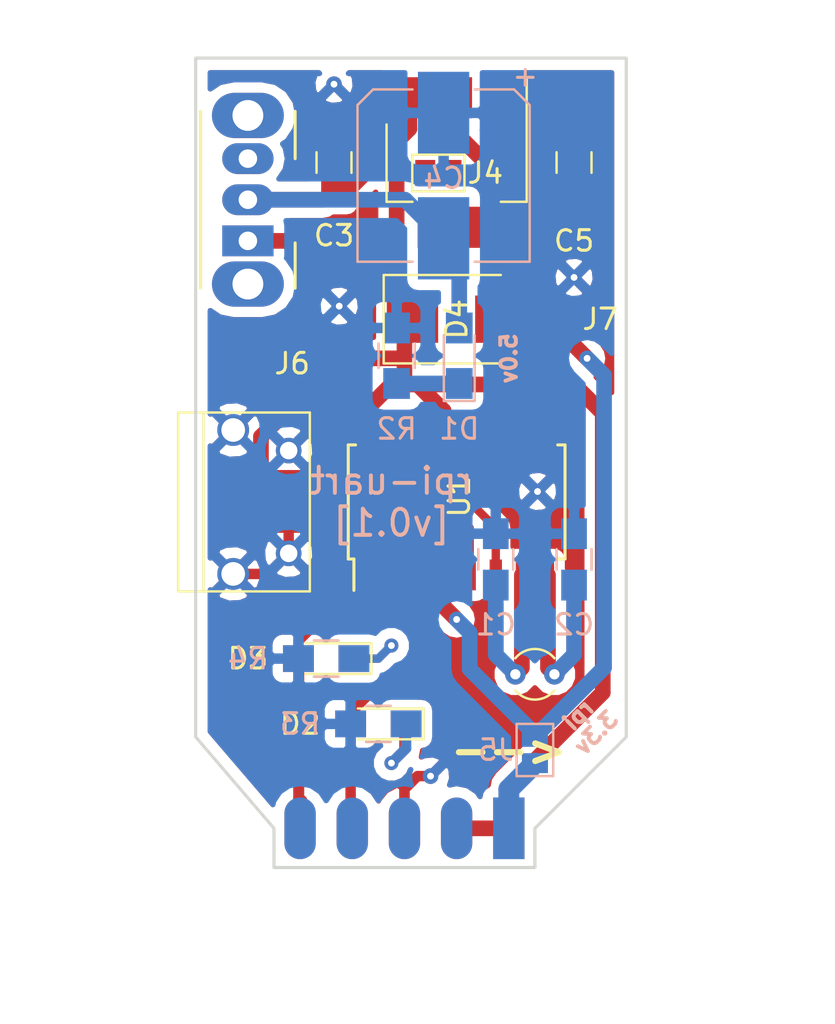
<source format=kicad_pcb>
(kicad_pcb (version 4) (host pcbnew 4.0.7-e2-6376~58~ubuntu16.04.1)

  (general
    (links 52)
    (no_connects 0)
    (area 133.909999 57.074999 155.015001 96.595001)
    (thickness 1.6)
    (drawings 12)
    (tracks 148)
    (zones 0)
    (modules 28)
    (nets 15)
  )

  (page A4)
  (layers
    (0 F.Cu signal)
    (31 B.Cu signal)
    (34 B.Paste user)
    (35 F.Paste user)
    (36 B.SilkS user)
    (37 F.SilkS user)
    (38 B.Mask user)
    (39 F.Mask user)
    (44 Edge.Cuts user)
  )

  (setup
    (last_trace_width 0.1524)
    (user_trace_width 0.254)
    (user_trace_width 0.4064)
    (user_trace_width 0.508)
    (user_trace_width 0.762)
    (user_trace_width 1.016)
    (user_trace_width 1.27)
    (trace_clearance 0.1524)
    (zone_clearance 0.508)
    (zone_45_only no)
    (trace_min 0.1524)
    (segment_width 0.2)
    (edge_width 0.15)
    (via_size 0.6858)
    (via_drill 0.3302)
    (via_min_size 0.6858)
    (via_min_drill 0.3302)
    (uvia_size 0.762)
    (uvia_drill 0.508)
    (uvias_allowed no)
    (uvia_min_size 0)
    (uvia_min_drill 0)
    (pcb_text_width 0.3)
    (pcb_text_size 1.5 1.5)
    (mod_edge_width 0.15)
    (mod_text_size 1 1)
    (mod_text_width 0.15)
    (pad_size 1.25 1.25)
    (pad_drill 0.85)
    (pad_to_mask_clearance 0.2)
    (aux_axis_origin 0 0)
    (visible_elements FFFEFF7F)
    (pcbplotparams
      (layerselection 0x010f0_80000001)
      (usegerberextensions true)
      (excludeedgelayer true)
      (linewidth 0.100000)
      (plotframeref false)
      (viasonmask false)
      (mode 1)
      (useauxorigin false)
      (hpglpennumber 1)
      (hpglpenspeed 20)
      (hpglpendiameter 15)
      (hpglpenoverlay 2)
      (psnegative false)
      (psa4output false)
      (plotreference true)
      (plotvalue true)
      (plotinvisibletext false)
      (padsonsilk false)
      (subtractmaskfromsilk false)
      (outputformat 1)
      (mirror false)
      (drillshape 0)
      (scaleselection 1)
      (outputdirectory gerbers))
  )

  (net 0 "")
  (net 1 "Net-(C1-Pad1)")
  (net 2 GND)
  (net 3 "Net-(C2-Pad1)")
  (net 4 TXD0)
  (net 5 VCC50)
  (net 6 RXD0)
  (net 7 USBD-)
  (net 8 USBD+)
  (net 9 VCC33)
  (net 10 "Net-(D1-Pad1)")
  (net 11 "Net-(J2-Pad1)")
  (net 12 "Net-(D2-Pad1)")
  (net 13 "Net-(D3-Pad1)")
  (net 14 "Net-(J3-Pad1)")

  (net_class Default "This is the default net class."
    (clearance 0.1524)
    (trace_width 0.1524)
    (via_dia 0.6858)
    (via_drill 0.3302)
    (uvia_dia 0.762)
    (uvia_drill 0.508)
    (add_net GND)
    (add_net "Net-(C1-Pad1)")
    (add_net "Net-(C2-Pad1)")
    (add_net "Net-(D1-Pad1)")
    (add_net "Net-(D2-Pad1)")
    (add_net "Net-(D3-Pad1)")
    (add_net "Net-(J2-Pad1)")
    (add_net "Net-(J3-Pad1)")
    (add_net RXD0)
    (add_net TXD0)
    (add_net USBD+)
    (add_net USBD-)
    (add_net VCC33)
    (add_net VCC50)
  )

  (module Buttons_Switches_THT:SW_CuK_OS102011MA1QN1_SPDT_Angled (layer F.Cu) (tedit 59D3F3D2) (tstamp 59C60D04)
    (at 136.525 66.04 90)
    (descr "CuK miniature slide switch, OS series, SPDT, right angle, http://www.ckswitches.com/media/1428/os.pdf")
    (tags "switch SPDT")
    (path /59C61894)
    (fp_text reference SW1 (at 1.4 -3.6 90) (layer F.SilkS) hide
      (effects (font (size 1 1) (thickness 0.15)))
    )
    (fp_text value SW_Push_SPDT (at 1.7 7.7 90) (layer F.Fab)
      (effects (font (size 1 1) (thickness 0.15)))
    )
    (fp_text user %R (at 2.3 1.7 90) (layer F.Fab)
      (effects (font (size 0.5 0.5) (thickness 0.1)))
    )
    (fp_line (start -2.3 -2.2) (end 6.3 -2.2) (layer F.Fab) (width 0.1))
    (fp_line (start -2.3 -2.2) (end -2.3 2.2) (layer F.Fab) (width 0.1))
    (fp_line (start -2.3 2.2) (end 6.3 2.2) (layer F.Fab) (width 0.1))
    (fp_line (start 6.3 2.2) (end 6.3 -2.2) (layer F.Fab) (width 0.1))
    (fp_line (start 2 2.2) (end 2 6.2) (layer F.Fab) (width 0.1))
    (fp_line (start 2 6.2) (end 0 6.2) (layer F.Fab) (width 0.1))
    (fp_line (start 0 6.2) (end 0 2.2) (layer F.Fab) (width 0.1))
    (fp_line (start -2.3 -2.3) (end 6.3 -2.3) (layer F.SilkS) (width 0.15))
    (fp_line (start -2.3 2.3) (end -0.1 2.3) (layer F.SilkS) (width 0.15))
    (fp_line (start 4 2.3) (end 6.3 2.3) (layer F.SilkS) (width 0.15))
    (fp_line (start 7.7 -2.7) (end 7.7 6.7) (layer F.CrtYd) (width 0.05))
    (fp_line (start 7.7 6.7) (end -3.7 6.7) (layer F.CrtYd) (width 0.05))
    (fp_line (start -3.7 6.7) (end -3.7 -2.7) (layer F.CrtYd) (width 0.05))
    (fp_line (start -3.7 -2.7) (end 7.7 -2.7) (layer F.CrtYd) (width 0.05))
    (pad 1 thru_hole rect (at 0 0 90) (size 1.5 2.5) (drill 0.9) (layers *.Cu *.Mask)
      (net 11 "Net-(J2-Pad1)"))
    (pad 2 thru_hole oval (at 2 0 90) (size 1.5 2.5) (drill 0.9) (layers *.Cu *.Mask)
      (net 5 VCC50))
    (pad 3 thru_hole oval (at 4 0 90) (size 1.5 2.5) (drill 0.9) (layers *.Cu *.Mask))
    (pad "" thru_hole oval (at -2.1 0 90) (size 2.2 3.5) (drill 1.5) (layers *.Cu *.Mask))
    (pad "" thru_hole oval (at 6.1 0 90) (size 2.2 3.5) (drill 1.5) (layers *.Cu *.Mask))
    (model ${KISYS3DMOD}/Buttons_Switches_THT.3dshapes/SW_CuK_OS102011MA1QN1_SPDT_Angled.wrl
      (at (xyz 0 0 0))
      (scale (xyz 1 1 1))
      (rotate (xyz 0 0 0))
    )
  )

  (module Capacitors_SMD:CP_Elec_8x10 (layer B.Cu) (tedit 59D52528) (tstamp 59C612C4)
    (at 146.05 62.865 270)
    (descr "SMT capacitor, aluminium electrolytic, 8x10")
    (path /59C6300C)
    (attr smd)
    (fp_text reference C4 (at 0.127 0 360) (layer B.SilkS)
      (effects (font (size 1 1) (thickness 0.15)) (justify mirror))
    )
    (fp_text value 22u (at 0 5.45 270) (layer B.Fab)
      (effects (font (size 1 1) (thickness 0.15)) (justify mirror))
    )
    (fp_circle (center 0 0) (end -0.6 -3.9) (layer B.Fab) (width 0.1))
    (fp_text user + (at -2.31 0.08 270) (layer B.Fab)
      (effects (font (size 1 1) (thickness 0.15)) (justify mirror))
    )
    (fp_text user + (at -4.78 -3.9 270) (layer B.SilkS)
      (effects (font (size 1 1) (thickness 0.15)) (justify mirror))
    )
    (fp_text user %R (at 0 -5.45 270) (layer B.Fab)
      (effects (font (size 1 1) (thickness 0.15)) (justify mirror))
    )
    (fp_line (start 4.04 -4.04) (end 4.04 4.04) (layer B.Fab) (width 0.1))
    (fp_line (start -3.37 -4.04) (end 4.04 -4.04) (layer B.Fab) (width 0.1))
    (fp_line (start -4.04 -3.37) (end -3.37 -4.04) (layer B.Fab) (width 0.1))
    (fp_line (start -4.04 3.37) (end -4.04 -3.37) (layer B.Fab) (width 0.1))
    (fp_line (start -3.37 4.04) (end -4.04 3.37) (layer B.Fab) (width 0.1))
    (fp_line (start 4.04 4.04) (end -3.37 4.04) (layer B.Fab) (width 0.1))
    (fp_line (start 4.19 -4.19) (end 4.19 -1.51) (layer B.SilkS) (width 0.12))
    (fp_line (start 4.19 4.19) (end 4.19 1.51) (layer B.SilkS) (width 0.12))
    (fp_line (start -4.19 3.43) (end -4.19 1.51) (layer B.SilkS) (width 0.12))
    (fp_line (start -4.19 -3.43) (end -4.19 -1.51) (layer B.SilkS) (width 0.12))
    (fp_line (start 4.19 -4.19) (end -3.43 -4.19) (layer B.SilkS) (width 0.12))
    (fp_line (start -3.43 -4.19) (end -4.19 -3.43) (layer B.SilkS) (width 0.12))
    (fp_line (start -4.19 3.43) (end -3.43 4.19) (layer B.SilkS) (width 0.12))
    (fp_line (start -3.43 4.19) (end 4.19 4.19) (layer B.SilkS) (width 0.12))
    (fp_line (start -5.3 4.29) (end 5.3 4.29) (layer B.CrtYd) (width 0.05))
    (fp_line (start -5.3 4.29) (end -5.3 -4.29) (layer B.CrtYd) (width 0.05))
    (fp_line (start 5.3 -4.29) (end 5.3 4.29) (layer B.CrtYd) (width 0.05))
    (fp_line (start 5.3 -4.29) (end -5.3 -4.29) (layer B.CrtYd) (width 0.05))
    (pad 1 smd rect (at -3.05 0 90) (size 4 2.5) (layers B.Cu B.Paste B.Mask)
      (net 2 GND))
    (pad 2 smd rect (at 3.05 0 90) (size 4 2.5) (layers B.Cu B.Paste B.Mask)
      (net 5 VCC50))
    (model Capacitors_SMD.3dshapes/CP_Elec_8x10.wrl
      (at (xyz 0 0 0))
      (scale (xyz 1 1 1))
      (rotate (xyz 0 0 180))
    )
  )

  (module Housings_SOIC:SOIC-16W_5.3x10.2mm_Pitch1.27mm (layer F.Cu) (tedit 59D524D7) (tstamp 59C60A8E)
    (at 146.685 78.74 90)
    (descr "16-Lead Plastic Small Outline (SO) - Wide, 5.3 mm Body (http://www.ti.com/lit/ml/msop002a/msop002a.pdf)")
    (tags "SOIC 1.27")
    (path /59C608BB)
    (attr smd)
    (fp_text reference U1 (at 0.254 0.127 90) (layer F.SilkS)
      (effects (font (size 1 1) (thickness 0.15)))
    )
    (fp_text value CH340g (at 0 6.2 90) (layer F.Fab)
      (effects (font (size 1 1) (thickness 0.15)))
    )
    (fp_text user %R (at 0 0 90) (layer F.Fab)
      (effects (font (size 1 1) (thickness 0.15)))
    )
    (fp_line (start -1.65 -5.1) (end 2.65 -5.1) (layer F.Fab) (width 0.15))
    (fp_line (start 2.65 -5.1) (end 2.65 5.1) (layer F.Fab) (width 0.15))
    (fp_line (start 2.65 5.1) (end -2.65 5.1) (layer F.Fab) (width 0.15))
    (fp_line (start -2.65 5.1) (end -2.65 -4.1) (layer F.Fab) (width 0.15))
    (fp_line (start -2.65 -4.1) (end -1.65 -5.1) (layer F.Fab) (width 0.15))
    (fp_line (start -4.55 -5.45) (end -4.55 5.45) (layer F.CrtYd) (width 0.05))
    (fp_line (start 4.55 -5.45) (end 4.55 5.45) (layer F.CrtYd) (width 0.05))
    (fp_line (start -4.55 -5.45) (end 4.55 -5.45) (layer F.CrtYd) (width 0.05))
    (fp_line (start -4.55 5.45) (end 4.55 5.45) (layer F.CrtYd) (width 0.05))
    (fp_line (start -2.775 -5.275) (end -2.775 -5) (layer F.SilkS) (width 0.15))
    (fp_line (start 2.775 -5.275) (end 2.775 -4.92) (layer F.SilkS) (width 0.15))
    (fp_line (start 2.775 5.275) (end 2.775 4.92) (layer F.SilkS) (width 0.15))
    (fp_line (start -2.775 5.275) (end -2.775 4.92) (layer F.SilkS) (width 0.15))
    (fp_line (start -2.775 -5.275) (end 2.775 -5.275) (layer F.SilkS) (width 0.15))
    (fp_line (start -2.775 5.275) (end 2.775 5.275) (layer F.SilkS) (width 0.15))
    (fp_line (start -2.775 -5) (end -4.3 -5) (layer F.SilkS) (width 0.15))
    (pad 1 smd rect (at -3.55 -4.445 90) (size 1.5 0.6) (layers F.Cu F.Paste F.Mask)
      (net 2 GND))
    (pad 2 smd rect (at -3.55 -3.175 90) (size 1.5 0.6) (layers F.Cu F.Paste F.Mask)
      (net 6 RXD0))
    (pad 3 smd rect (at -3.55 -1.905 90) (size 1.5 0.6) (layers F.Cu F.Paste F.Mask)
      (net 4 TXD0))
    (pad 4 smd rect (at -3.55 -0.635 90) (size 1.5 0.6) (layers F.Cu F.Paste F.Mask)
      (net 9 VCC33))
    (pad 5 smd rect (at -3.55 0.635 90) (size 1.5 0.6) (layers F.Cu F.Paste F.Mask)
      (net 8 USBD+))
    (pad 6 smd rect (at -3.55 1.905 90) (size 1.5 0.6) (layers F.Cu F.Paste F.Mask)
      (net 7 USBD-))
    (pad 7 smd rect (at -3.55 3.175 90) (size 1.5 0.6) (layers F.Cu F.Paste F.Mask)
      (net 1 "Net-(C1-Pad1)"))
    (pad 8 smd rect (at -3.55 4.445 90) (size 1.5 0.6) (layers F.Cu F.Paste F.Mask)
      (net 3 "Net-(C2-Pad1)"))
    (pad 9 smd rect (at 3.55 4.445 90) (size 1.5 0.6) (layers F.Cu F.Paste F.Mask))
    (pad 10 smd rect (at 3.55 3.175 90) (size 1.5 0.6) (layers F.Cu F.Paste F.Mask))
    (pad 11 smd rect (at 3.55 1.905 90) (size 1.5 0.6) (layers F.Cu F.Paste F.Mask))
    (pad 12 smd rect (at 3.55 0.635 90) (size 1.5 0.6) (layers F.Cu F.Paste F.Mask))
    (pad 13 smd rect (at 3.55 -0.635 90) (size 1.5 0.6) (layers F.Cu F.Paste F.Mask)
      (net 5 VCC50))
    (pad 14 smd rect (at 3.55 -1.905 90) (size 1.5 0.6) (layers F.Cu F.Paste F.Mask))
    (pad 15 smd rect (at 3.55 -3.175 90) (size 1.5 0.6) (layers F.Cu F.Paste F.Mask))
    (pad 16 smd rect (at 3.55 -4.445 90) (size 1.5 0.6) (layers F.Cu F.Paste F.Mask)
      (net 5 VCC50))
    (model ${KISYS3DMOD}/Housings_SOIC.3dshapes/SOIC-16W_5.3x10.2mm_Pitch1.27mm.wrl
      (at (xyz 0 0 0))
      (scale (xyz 1 1 1))
      (rotate (xyz 0 0 0))
    )
  )

  (module TO_SOT_Packages_SMD:SOT-223 (layer F.Cu) (tedit 59D3E1A2) (tstamp 59D3DA07)
    (at 146.685 62.23 270)
    (descr "module CMS SOT223 4 pins")
    (tags "CMS SOT")
    (path /59D3DD1B)
    (attr smd)
    (fp_text reference U2 (at 3.175 -3.81 540) (layer F.SilkS) hide
      (effects (font (size 1 1) (thickness 0.15)))
    )
    (fp_text value TLV1117-33 (at 0 4.5 270) (layer F.Fab)
      (effects (font (size 1 1) (thickness 0.15)))
    )
    (fp_text user %R (at 0 0 360) (layer F.Fab)
      (effects (font (size 0.8 0.8) (thickness 0.12)))
    )
    (fp_line (start -1.85 -2.3) (end -0.8 -3.35) (layer F.Fab) (width 0.1))
    (fp_line (start 1.91 3.41) (end 1.91 2.15) (layer F.SilkS) (width 0.12))
    (fp_line (start 1.91 -3.41) (end 1.91 -2.15) (layer F.SilkS) (width 0.12))
    (fp_line (start 4.4 -3.6) (end -4.4 -3.6) (layer F.CrtYd) (width 0.05))
    (fp_line (start 4.4 3.6) (end 4.4 -3.6) (layer F.CrtYd) (width 0.05))
    (fp_line (start -4.4 3.6) (end 4.4 3.6) (layer F.CrtYd) (width 0.05))
    (fp_line (start -4.4 -3.6) (end -4.4 3.6) (layer F.CrtYd) (width 0.05))
    (fp_line (start -1.85 -2.3) (end -1.85 3.35) (layer F.Fab) (width 0.1))
    (fp_line (start -1.85 3.41) (end 1.91 3.41) (layer F.SilkS) (width 0.12))
    (fp_line (start -0.8 -3.35) (end 1.85 -3.35) (layer F.Fab) (width 0.1))
    (fp_line (start -4.1 -3.41) (end 1.91 -3.41) (layer F.SilkS) (width 0.12))
    (fp_line (start -1.85 3.35) (end 1.85 3.35) (layer F.Fab) (width 0.1))
    (fp_line (start 1.85 -3.35) (end 1.85 3.35) (layer F.Fab) (width 0.1))
    (pad 4 smd rect (at 3.15 0 270) (size 2 3.8) (layers F.Cu F.Paste F.Mask))
    (pad 2 smd rect (at -3.15 0 270) (size 2 1.5) (layers F.Cu F.Paste F.Mask)
      (net 9 VCC33))
    (pad 3 smd rect (at -3.15 2.3 270) (size 2 1.5) (layers F.Cu F.Paste F.Mask)
      (net 5 VCC50))
    (pad 1 smd rect (at -3.15 -2.3 270) (size 2 1.5) (layers F.Cu F.Paste F.Mask)
      (net 2 GND))
    (model ${KISYS3DMOD}/TO_SOT_Packages_SMD.3dshapes/SOT-223.wrl
      (at (xyz 0 0 0))
      (scale (xyz 1 1 1))
      (rotate (xyz 0 0 0))
    )
  )

  (module footprints:pads_01x05 (layer F.Cu) (tedit 59D3F57D) (tstamp 59C606D5)
    (at 144.145 94.615 180)
    (path /59C603CB)
    (fp_text reference J1 (at 0 2.54 180) (layer F.SilkS) hide
      (effects (font (size 1 1) (thickness 0.15)))
    )
    (fp_text value Conn_01x05 (at 0 -3.81 180) (layer F.Fab)
      (effects (font (size 1 1) (thickness 0.15)))
    )
    (pad 3 smd oval (at 0 0 180) (size 1.524 3) (layers F.Cu F.Paste F.Mask)
      (net 2 GND))
    (pad 4 smd oval (at 2.54 0 180) (size 1.524 3) (layers F.Cu F.Paste F.Mask)
      (net 4 TXD0))
    (pad 2 smd oval (at -2.54 0 180) (size 1.524 3) (layers F.Cu F.Paste F.Mask)
      (net 5 VCC50))
    (pad 1 smd rect (at -5.08 0 180) (size 1.524 3) (layers F.Cu F.Paste F.Mask)
      (net 5 VCC50))
    (pad 5 smd oval (at 5.08 0 180) (size 1.524 3) (layers F.Cu F.Paste F.Mask)
      (net 6 RXD0))
  )

  (module Capacitors_SMD:C_0805_HandSoldering (layer B.Cu) (tedit 59D3F946) (tstamp 59C60A58)
    (at 148.59 81.534 90)
    (descr "Capacitor SMD 0805, hand soldering")
    (tags "capacitor 0805")
    (path /59C609A0)
    (attr smd)
    (fp_text reference C1 (at -3.175 0 180) (layer B.SilkS)
      (effects (font (size 1 1) (thickness 0.15)) (justify mirror))
    )
    (fp_text value 22p (at 0 -1.75 90) (layer B.Fab)
      (effects (font (size 1 1) (thickness 0.15)) (justify mirror))
    )
    (fp_text user %R (at 0 1.75 90) (layer B.Fab)
      (effects (font (size 1 1) (thickness 0.15)) (justify mirror))
    )
    (fp_line (start -1 -0.62) (end -1 0.62) (layer B.Fab) (width 0.1))
    (fp_line (start 1 -0.62) (end -1 -0.62) (layer B.Fab) (width 0.1))
    (fp_line (start 1 0.62) (end 1 -0.62) (layer B.Fab) (width 0.1))
    (fp_line (start -1 0.62) (end 1 0.62) (layer B.Fab) (width 0.1))
    (fp_line (start 0.5 0.85) (end -0.5 0.85) (layer B.SilkS) (width 0.12))
    (fp_line (start -0.5 -0.85) (end 0.5 -0.85) (layer B.SilkS) (width 0.12))
    (fp_line (start -2.25 0.88) (end 2.25 0.88) (layer B.CrtYd) (width 0.05))
    (fp_line (start -2.25 0.88) (end -2.25 -0.87) (layer B.CrtYd) (width 0.05))
    (fp_line (start 2.25 -0.87) (end 2.25 0.88) (layer B.CrtYd) (width 0.05))
    (fp_line (start 2.25 -0.87) (end -2.25 -0.87) (layer B.CrtYd) (width 0.05))
    (pad 1 smd rect (at -1.25 0 90) (size 1.5 1.25) (layers B.Cu B.Paste B.Mask)
      (net 1 "Net-(C1-Pad1)"))
    (pad 2 smd rect (at 1.25 0 90) (size 1.5 1.25) (layers B.Cu B.Paste B.Mask)
      (net 2 GND))
    (model Capacitors_SMD.3dshapes/C_0805.wrl
      (at (xyz 0 0 0))
      (scale (xyz 1 1 1))
      (rotate (xyz 0 0 0))
    )
  )

  (module Capacitors_SMD:C_0805_HandSoldering (layer B.Cu) (tedit 59D3F932) (tstamp 59C60A5E)
    (at 152.4 81.534 90)
    (descr "Capacitor SMD 0805, hand soldering")
    (tags "capacitor 0805")
    (path /59C60A00)
    (attr smd)
    (fp_text reference C2 (at -3.175 0 180) (layer B.SilkS)
      (effects (font (size 1 1) (thickness 0.15)) (justify mirror))
    )
    (fp_text value 22p (at 0 -1.75 90) (layer B.Fab)
      (effects (font (size 1 1) (thickness 0.15)) (justify mirror))
    )
    (fp_text user %R (at 0 1.75 90) (layer B.Fab)
      (effects (font (size 1 1) (thickness 0.15)) (justify mirror))
    )
    (fp_line (start -1 -0.62) (end -1 0.62) (layer B.Fab) (width 0.1))
    (fp_line (start 1 -0.62) (end -1 -0.62) (layer B.Fab) (width 0.1))
    (fp_line (start 1 0.62) (end 1 -0.62) (layer B.Fab) (width 0.1))
    (fp_line (start -1 0.62) (end 1 0.62) (layer B.Fab) (width 0.1))
    (fp_line (start 0.5 0.85) (end -0.5 0.85) (layer B.SilkS) (width 0.12))
    (fp_line (start -0.5 -0.85) (end 0.5 -0.85) (layer B.SilkS) (width 0.12))
    (fp_line (start -2.25 0.88) (end 2.25 0.88) (layer B.CrtYd) (width 0.05))
    (fp_line (start -2.25 0.88) (end -2.25 -0.87) (layer B.CrtYd) (width 0.05))
    (fp_line (start 2.25 -0.87) (end 2.25 0.88) (layer B.CrtYd) (width 0.05))
    (fp_line (start 2.25 -0.87) (end -2.25 -0.87) (layer B.CrtYd) (width 0.05))
    (pad 1 smd rect (at -1.25 0 90) (size 1.5 1.25) (layers B.Cu B.Paste B.Mask)
      (net 3 "Net-(C2-Pad1)"))
    (pad 2 smd rect (at 1.25 0 90) (size 1.5 1.25) (layers B.Cu B.Paste B.Mask)
      (net 2 GND))
    (model Capacitors_SMD.3dshapes/C_0805.wrl
      (at (xyz 0 0 0))
      (scale (xyz 1 1 1))
      (rotate (xyz 0 0 0))
    )
  )

  (module Connectors:USB_Micro-B (layer F.Cu) (tedit 59D4E9DB) (tstamp 59C60A6B)
    (at 137.16 78.74 270)
    (descr "Micro USB Type B Receptacle")
    (tags "USB USB_B USB_micro USB_OTG")
    (path /59C60ACA)
    (attr smd)
    (fp_text reference J2 (at -0.381 1.27 270) (layer F.SilkS) hide
      (effects (font (size 1 1) (thickness 0.15)))
    )
    (fp_text value USB_OTG (at 0 5.01 270) (layer F.Fab)
      (effects (font (size 1 1) (thickness 0.15)))
    )
    (fp_line (start -4.6 -2.59) (end 4.6 -2.59) (layer F.CrtYd) (width 0.05))
    (fp_line (start 4.6 -2.59) (end 4.6 4.26) (layer F.CrtYd) (width 0.05))
    (fp_line (start 4.6 4.26) (end -4.6 4.26) (layer F.CrtYd) (width 0.05))
    (fp_line (start -4.6 4.26) (end -4.6 -2.59) (layer F.CrtYd) (width 0.05))
    (fp_line (start -4.35 4.03) (end 4.35 4.03) (layer F.SilkS) (width 0.12))
    (fp_line (start -4.35 -2.38) (end 4.35 -2.38) (layer F.SilkS) (width 0.12))
    (fp_line (start 4.35 -2.38) (end 4.35 4.03) (layer F.SilkS) (width 0.12))
    (fp_line (start 4.35 2.8) (end -4.35 2.8) (layer F.SilkS) (width 0.12))
    (fp_line (start -4.35 4.03) (end -4.35 -2.38) (layer F.SilkS) (width 0.12))
    (pad 1 smd rect (at -1.3 -1.35) (size 1.35 0.4) (layers F.Cu F.Paste F.Mask)
      (net 11 "Net-(J2-Pad1)"))
    (pad 2 smd rect (at -0.65 -1.35) (size 1.35 0.4) (layers F.Cu F.Paste F.Mask)
      (net 7 USBD-))
    (pad 3 smd rect (at 0 -1.35) (size 1.35 0.4) (layers F.Cu F.Paste F.Mask)
      (net 8 USBD+))
    (pad 4 smd rect (at 0.65 -1.35) (size 1.35 0.4) (layers F.Cu F.Paste F.Mask)
      (net 2 GND))
    (pad 5 smd rect (at 1.3 -1.35) (size 1.35 0.4) (layers F.Cu F.Paste F.Mask)
      (net 2 GND))
    (pad 6 thru_hole circle (at -2.5 -1.35) (size 1.25 1.25) (drill 0.85) (layers *.Cu *.Mask)
      (net 2 GND))
    (pad 6 thru_hole circle (at 2.5 -1.35) (size 1.25 1.25) (drill 0.85) (layers *.Cu *.Mask)
      (net 2 GND))
    (pad 6 thru_hole circle (at -3.5 1.35) (size 1.55 1.55) (drill 1.15) (layers *.Cu *.Mask)
      (net 2 GND))
    (pad 6 thru_hole circle (at 3.5 1.35) (size 1.55 1.55) (drill 1.15) (layers *.Cu *.Mask)
      (net 2 GND))
  )

  (module footprints:pads_01x05 (layer B.Cu) (tedit 59D3F588) (tstamp 59C60A74)
    (at 144.145 94.615 180)
    (path /59C606E5)
    (fp_text reference J3 (at -7.62 0 180) (layer B.SilkS) hide
      (effects (font (size 1 1) (thickness 0.15)) (justify mirror))
    )
    (fp_text value Conn_01x05 (at 0 3.81 180) (layer B.Fab)
      (effects (font (size 1 1) (thickness 0.15)) (justify mirror))
    )
    (pad 3 smd oval (at 0 0 180) (size 1.524 3) (layers B.Cu B.Paste B.Mask))
    (pad 4 smd oval (at 2.54 0 180) (size 1.524 3) (layers B.Cu B.Paste B.Mask))
    (pad 2 smd oval (at -2.54 0 180) (size 1.524 3) (layers B.Cu B.Paste B.Mask))
    (pad 1 smd rect (at -5.08 0 180) (size 1.524 3) (layers B.Cu B.Paste B.Mask)
      (net 14 "Net-(J3-Pad1)"))
    (pad 5 smd oval (at 5.08 0 180) (size 1.524 3) (layers B.Cu B.Paste B.Mask))
  )

  (module Capacitors_SMD:C_0805_HandSoldering (layer F.Cu) (tedit 59D51598) (tstamp 59C60CEF)
    (at 140.716 62.23 270)
    (descr "Capacitor SMD 0805, hand soldering")
    (tags "capacitor 0805")
    (path /59C62312)
    (attr smd)
    (fp_text reference C3 (at 3.556 0 540) (layer F.SilkS)
      (effects (font (size 1 1) (thickness 0.15)))
    )
    (fp_text value 100n (at 5.08 1.27 270) (layer F.Fab)
      (effects (font (size 1 1) (thickness 0.15)))
    )
    (fp_text user %R (at 0 -3.81 270) (layer F.Fab)
      (effects (font (size 1 1) (thickness 0.15)))
    )
    (fp_line (start -1 0.62) (end -1 -0.62) (layer F.Fab) (width 0.1))
    (fp_line (start 1 0.62) (end -1 0.62) (layer F.Fab) (width 0.1))
    (fp_line (start 1 -0.62) (end 1 0.62) (layer F.Fab) (width 0.1))
    (fp_line (start -1 -0.62) (end 1 -0.62) (layer F.Fab) (width 0.1))
    (fp_line (start 0.5 -0.85) (end -0.5 -0.85) (layer F.SilkS) (width 0.12))
    (fp_line (start -0.5 0.85) (end 0.5 0.85) (layer F.SilkS) (width 0.12))
    (fp_line (start -2.25 -0.88) (end 2.25 -0.88) (layer F.CrtYd) (width 0.05))
    (fp_line (start -2.25 -0.88) (end -2.25 0.87) (layer F.CrtYd) (width 0.05))
    (fp_line (start 2.25 0.87) (end 2.25 -0.88) (layer F.CrtYd) (width 0.05))
    (fp_line (start 2.25 0.87) (end -2.25 0.87) (layer F.CrtYd) (width 0.05))
    (pad 1 smd rect (at -1.25 0 270) (size 1.5 1.25) (layers F.Cu F.Paste F.Mask)
      (net 2 GND))
    (pad 2 smd rect (at 1.25 0 270) (size 1.5 1.25) (layers F.Cu F.Paste F.Mask)
      (net 5 VCC50))
    (model Capacitors_SMD.3dshapes/C_0805.wrl
      (at (xyz 0 0 0))
      (scale (xyz 1 1 1))
      (rotate (xyz 0 0 0))
    )
  )

  (module LEDs:LED_0805_HandSoldering (layer B.Cu) (tedit 59D52479) (tstamp 59C60CF5)
    (at 146.812 71.628 90)
    (descr "Resistor SMD 0805, hand soldering")
    (tags "resistor 0805")
    (path /59C61AA2)
    (attr smd)
    (fp_text reference D1 (at -3.556 0 180) (layer B.SilkS)
      (effects (font (size 1 1) (thickness 0.15)) (justify mirror))
    )
    (fp_text value LED (at 0 -1.75 90) (layer B.Fab)
      (effects (font (size 1 1) (thickness 0.15)) (justify mirror))
    )
    (fp_line (start -0.4 0.4) (end -0.4 -0.4) (layer B.Fab) (width 0.1))
    (fp_line (start -0.4 0) (end 0.2 0.4) (layer B.Fab) (width 0.1))
    (fp_line (start 0.2 -0.4) (end -0.4 0) (layer B.Fab) (width 0.1))
    (fp_line (start 0.2 0.4) (end 0.2 -0.4) (layer B.Fab) (width 0.1))
    (fp_line (start -1 -0.62) (end -1 0.62) (layer B.Fab) (width 0.1))
    (fp_line (start 1 -0.62) (end -1 -0.62) (layer B.Fab) (width 0.1))
    (fp_line (start 1 0.62) (end 1 -0.62) (layer B.Fab) (width 0.1))
    (fp_line (start -1 0.62) (end 1 0.62) (layer B.Fab) (width 0.1))
    (fp_line (start 1 -0.75) (end -2.2 -0.75) (layer B.SilkS) (width 0.12))
    (fp_line (start -2.2 0.75) (end 1 0.75) (layer B.SilkS) (width 0.12))
    (fp_line (start -2.35 0.9) (end 2.35 0.9) (layer B.CrtYd) (width 0.05))
    (fp_line (start -2.35 0.9) (end -2.35 -0.9) (layer B.CrtYd) (width 0.05))
    (fp_line (start 2.35 -0.9) (end 2.35 0.9) (layer B.CrtYd) (width 0.05))
    (fp_line (start 2.35 -0.9) (end -2.35 -0.9) (layer B.CrtYd) (width 0.05))
    (fp_line (start -2.2 0.75) (end -2.2 -0.75) (layer B.SilkS) (width 0.12))
    (pad 1 smd rect (at -1.35 0 90) (size 1.5 1.3) (layers B.Cu B.Paste B.Mask)
      (net 10 "Net-(D1-Pad1)"))
    (pad 2 smd rect (at 1.35 0 90) (size 1.5 1.3) (layers B.Cu B.Paste B.Mask)
      (net 5 VCC50))
    (model ${KISYS3DMOD}/LEDs.3dshapes/LED_0805.wrl
      (at (xyz 0 0 0))
      (scale (xyz 1 1 1))
      (rotate (xyz 0 0 0))
    )
  )

  (module Resistors_SMD:R_0805_HandSoldering (layer B.Cu) (tedit 59D52475) (tstamp 59C60CFB)
    (at 143.764 71.628 90)
    (descr "Resistor SMD 0805, hand soldering")
    (tags "resistor 0805")
    (path /59C61B29)
    (attr smd)
    (fp_text reference R2 (at -3.556 0 360) (layer B.SilkS)
      (effects (font (size 1 1) (thickness 0.15)) (justify mirror))
    )
    (fp_text value 10K (at 0 -1.75 90) (layer B.Fab)
      (effects (font (size 1 1) (thickness 0.15)) (justify mirror))
    )
    (fp_text user %R (at 0 0 90) (layer B.Fab)
      (effects (font (size 0.5 0.5) (thickness 0.075)) (justify mirror))
    )
    (fp_line (start -1 -0.62) (end -1 0.62) (layer B.Fab) (width 0.1))
    (fp_line (start 1 -0.62) (end -1 -0.62) (layer B.Fab) (width 0.1))
    (fp_line (start 1 0.62) (end 1 -0.62) (layer B.Fab) (width 0.1))
    (fp_line (start -1 0.62) (end 1 0.62) (layer B.Fab) (width 0.1))
    (fp_line (start 0.6 -0.88) (end -0.6 -0.88) (layer B.SilkS) (width 0.12))
    (fp_line (start -0.6 0.88) (end 0.6 0.88) (layer B.SilkS) (width 0.12))
    (fp_line (start -2.35 0.9) (end 2.35 0.9) (layer B.CrtYd) (width 0.05))
    (fp_line (start -2.35 0.9) (end -2.35 -0.9) (layer B.CrtYd) (width 0.05))
    (fp_line (start 2.35 -0.9) (end 2.35 0.9) (layer B.CrtYd) (width 0.05))
    (fp_line (start 2.35 -0.9) (end -2.35 -0.9) (layer B.CrtYd) (width 0.05))
    (pad 1 smd rect (at -1.35 0 90) (size 1.5 1.3) (layers B.Cu B.Paste B.Mask)
      (net 10 "Net-(D1-Pad1)"))
    (pad 2 smd rect (at 1.35 0 90) (size 1.5 1.3) (layers B.Cu B.Paste B.Mask))
    (model ${KISYS3DMOD}/Resistors_SMD.3dshapes/R_0805.wrl
      (at (xyz 0 0 0))
      (scale (xyz 1 1 1))
      (rotate (xyz 0 0 0))
    )
  )

  (module Crystals:Crystal_C26-LF_d2.1mm_l6.5mm_Vertical (layer F.Cu) (tedit 59D3F69F) (tstamp 59C60D05)
    (at 149.5425 87.122)
    (descr "Crystal THT C26-LF 6.5mm length 2.06mm diameter")
    (tags ['C26-LF'])
    (path /59C6092B)
    (fp_text reference Y1 (at 3.81 0 270) (layer F.SilkS) hide
      (effects (font (size 1 1) (thickness 0.15)))
    )
    (fp_text value 12MHz (at 0.95 2.23) (layer F.Fab)
      (effects (font (size 1 1) (thickness 0.15)))
    )
    (fp_text user %R (at 0.95 0) (layer F.Fab)
      (effects (font (size 0.7 0.7) (thickness 0.105)))
    )
    (fp_circle (center 0.95 0) (end 1.98 0) (layer F.Fab) (width 0.1))
    (fp_circle (center 0.95 0) (end 2.65 0) (layer F.CrtYd) (width 0.05))
    (fp_arc (start 0.95 0) (end 0 -0.781281) (angle 101.1) (layer F.SilkS) (width 0.12))
    (fp_arc (start 0.95 0) (end 0 0.781281) (angle -101.1) (layer F.SilkS) (width 0.12))
    (pad 1 thru_hole circle (at 0 0) (size 1 1) (drill 0.5) (layers *.Cu *.Mask)
      (net 1 "Net-(C1-Pad1)"))
    (pad 2 thru_hole circle (at 1.9 0) (size 1 1) (drill 0.5) (layers *.Cu *.Mask)
      (net 3 "Net-(C2-Pad1)"))
    (model ${KISYS3DMOD}/Crystals.3dshapes/Crystal_C26-LF_d2.1mm_l6.5mm_Vertical.wrl
      (at (xyz 0 0 0))
      (scale (xyz 0.393701 0.393701 0.393701))
      (rotate (xyz 0 0 0))
    )
  )

  (module Capacitors_SMD:C_0805_HandSoldering (layer F.Cu) (tedit 59D50DD4) (tstamp 59C60E19)
    (at 152.4 62.23 270)
    (descr "Capacitor SMD 0805, hand soldering")
    (tags "capacitor 0805")
    (path /59C62AEF)
    (attr smd)
    (fp_text reference C5 (at 3.81 0 540) (layer F.SilkS)
      (effects (font (size 1 1) (thickness 0.15)))
    )
    (fp_text value 100n (at 0 1.75 270) (layer F.Fab)
      (effects (font (size 1 1) (thickness 0.15)))
    )
    (fp_text user %R (at 0 -1.75 270) (layer F.Fab)
      (effects (font (size 1 1) (thickness 0.15)))
    )
    (fp_line (start -1 0.62) (end -1 -0.62) (layer F.Fab) (width 0.1))
    (fp_line (start 1 0.62) (end -1 0.62) (layer F.Fab) (width 0.1))
    (fp_line (start 1 -0.62) (end 1 0.62) (layer F.Fab) (width 0.1))
    (fp_line (start -1 -0.62) (end 1 -0.62) (layer F.Fab) (width 0.1))
    (fp_line (start 0.5 -0.85) (end -0.5 -0.85) (layer F.SilkS) (width 0.12))
    (fp_line (start -0.5 0.85) (end 0.5 0.85) (layer F.SilkS) (width 0.12))
    (fp_line (start -2.25 -0.88) (end 2.25 -0.88) (layer F.CrtYd) (width 0.05))
    (fp_line (start -2.25 -0.88) (end -2.25 0.87) (layer F.CrtYd) (width 0.05))
    (fp_line (start 2.25 0.87) (end 2.25 -0.88) (layer F.CrtYd) (width 0.05))
    (fp_line (start 2.25 0.87) (end -2.25 0.87) (layer F.CrtYd) (width 0.05))
    (pad 1 smd rect (at -1.25 0 270) (size 1.5 1.25) (layers F.Cu F.Paste F.Mask)
      (net 2 GND))
    (pad 2 smd rect (at 1.25 0 270) (size 1.5 1.25) (layers F.Cu F.Paste F.Mask)
      (net 9 VCC33))
    (model Capacitors_SMD.3dshapes/C_0805.wrl
      (at (xyz 0 0 0))
      (scale (xyz 1 1 1))
      (rotate (xyz 0 0 0))
    )
  )

  (module LEDs:LED_0805_HandSoldering (layer F.Cu) (tedit 59D52BD8) (tstamp 59C60EF8)
    (at 142.875 89.535 180)
    (descr "Resistor SMD 0805, hand soldering")
    (tags "resistor 0805")
    (path /59C6341F)
    (attr smd)
    (fp_text reference D2 (at 3.81 0 360) (layer F.SilkS)
      (effects (font (size 1 1) (thickness 0.15)))
    )
    (fp_text value LED (at 0 1.75 180) (layer F.Fab)
      (effects (font (size 1 1) (thickness 0.15)))
    )
    (fp_line (start -0.4 -0.4) (end -0.4 0.4) (layer F.Fab) (width 0.1))
    (fp_line (start -0.4 0) (end 0.2 -0.4) (layer F.Fab) (width 0.1))
    (fp_line (start 0.2 0.4) (end -0.4 0) (layer F.Fab) (width 0.1))
    (fp_line (start 0.2 -0.4) (end 0.2 0.4) (layer F.Fab) (width 0.1))
    (fp_line (start -1 0.62) (end -1 -0.62) (layer F.Fab) (width 0.1))
    (fp_line (start 1 0.62) (end -1 0.62) (layer F.Fab) (width 0.1))
    (fp_line (start 1 -0.62) (end 1 0.62) (layer F.Fab) (width 0.1))
    (fp_line (start -1 -0.62) (end 1 -0.62) (layer F.Fab) (width 0.1))
    (fp_line (start 1 0.75) (end -2.2 0.75) (layer F.SilkS) (width 0.12))
    (fp_line (start -2.2 -0.75) (end 1 -0.75) (layer F.SilkS) (width 0.12))
    (fp_line (start -2.35 -0.9) (end 2.35 -0.9) (layer F.CrtYd) (width 0.05))
    (fp_line (start -2.35 -0.9) (end -2.35 0.9) (layer F.CrtYd) (width 0.05))
    (fp_line (start 2.35 0.9) (end 2.35 -0.9) (layer F.CrtYd) (width 0.05))
    (fp_line (start 2.35 0.9) (end -2.35 0.9) (layer F.CrtYd) (width 0.05))
    (fp_line (start -2.2 -0.75) (end -2.2 0.75) (layer F.SilkS) (width 0.12))
    (pad 1 smd rect (at -1.35 0 180) (size 1.5 1.3) (layers F.Cu F.Paste F.Mask)
      (net 12 "Net-(D2-Pad1)"))
    (pad 2 smd rect (at 1.35 0 180) (size 1.5 1.3) (layers F.Cu F.Paste F.Mask)
      (net 4 TXD0))
    (model ${KISYS3DMOD}/LEDs.3dshapes/LED_0805.wrl
      (at (xyz 0 0 0))
      (scale (xyz 1 1 1))
      (rotate (xyz 0 0 0))
    )
  )

  (module LEDs:LED_0805_HandSoldering (layer F.Cu) (tedit 59D52B8C) (tstamp 59C60EFE)
    (at 140.335 86.36 180)
    (descr "Resistor SMD 0805, hand soldering")
    (tags "resistor 0805")
    (path /59C63485)
    (attr smd)
    (fp_text reference D3 (at 3.81 0 360) (layer F.SilkS)
      (effects (font (size 1 1) (thickness 0.15)))
    )
    (fp_text value LED (at 0 1.75 180) (layer F.Fab)
      (effects (font (size 1 1) (thickness 0.15)))
    )
    (fp_line (start -0.4 -0.4) (end -0.4 0.4) (layer F.Fab) (width 0.1))
    (fp_line (start -0.4 0) (end 0.2 -0.4) (layer F.Fab) (width 0.1))
    (fp_line (start 0.2 0.4) (end -0.4 0) (layer F.Fab) (width 0.1))
    (fp_line (start 0.2 -0.4) (end 0.2 0.4) (layer F.Fab) (width 0.1))
    (fp_line (start -1 0.62) (end -1 -0.62) (layer F.Fab) (width 0.1))
    (fp_line (start 1 0.62) (end -1 0.62) (layer F.Fab) (width 0.1))
    (fp_line (start 1 -0.62) (end 1 0.62) (layer F.Fab) (width 0.1))
    (fp_line (start -1 -0.62) (end 1 -0.62) (layer F.Fab) (width 0.1))
    (fp_line (start 1 0.75) (end -2.2 0.75) (layer F.SilkS) (width 0.12))
    (fp_line (start -2.2 -0.75) (end 1 -0.75) (layer F.SilkS) (width 0.12))
    (fp_line (start -2.35 -0.9) (end 2.35 -0.9) (layer F.CrtYd) (width 0.05))
    (fp_line (start -2.35 -0.9) (end -2.35 0.9) (layer F.CrtYd) (width 0.05))
    (fp_line (start 2.35 0.9) (end 2.35 -0.9) (layer F.CrtYd) (width 0.05))
    (fp_line (start 2.35 0.9) (end -2.35 0.9) (layer F.CrtYd) (width 0.05))
    (fp_line (start -2.2 -0.75) (end -2.2 0.75) (layer F.SilkS) (width 0.12))
    (pad 1 smd rect (at -1.35 0 180) (size 1.5 1.3) (layers F.Cu F.Paste F.Mask)
      (net 13 "Net-(D3-Pad1)"))
    (pad 2 smd rect (at 1.35 0 180) (size 1.5 1.3) (layers F.Cu F.Paste F.Mask)
      (net 6 RXD0))
    (model ${KISYS3DMOD}/LEDs.3dshapes/LED_0805.wrl
      (at (xyz 0 0 0))
      (scale (xyz 1 1 1))
      (rotate (xyz 0 0 0))
    )
  )

  (module Resistors_SMD:R_0805_HandSoldering (layer B.Cu) (tedit 59D52BD6) (tstamp 59C60F04)
    (at 142.875 89.535 180)
    (descr "Resistor SMD 0805, hand soldering")
    (tags "resistor 0805")
    (path /59C63425)
    (attr smd)
    (fp_text reference R3 (at 3.81 0 360) (layer B.SilkS)
      (effects (font (size 1 1) (thickness 0.15)) (justify mirror))
    )
    (fp_text value 10K (at 0 -1.75 180) (layer B.Fab)
      (effects (font (size 1 1) (thickness 0.15)) (justify mirror))
    )
    (fp_text user %R (at 0 0 180) (layer B.Fab)
      (effects (font (size 0.5 0.5) (thickness 0.075)) (justify mirror))
    )
    (fp_line (start -1 -0.62) (end -1 0.62) (layer B.Fab) (width 0.1))
    (fp_line (start 1 -0.62) (end -1 -0.62) (layer B.Fab) (width 0.1))
    (fp_line (start 1 0.62) (end 1 -0.62) (layer B.Fab) (width 0.1))
    (fp_line (start -1 0.62) (end 1 0.62) (layer B.Fab) (width 0.1))
    (fp_line (start 0.6 -0.88) (end -0.6 -0.88) (layer B.SilkS) (width 0.12))
    (fp_line (start -0.6 0.88) (end 0.6 0.88) (layer B.SilkS) (width 0.12))
    (fp_line (start -2.35 0.9) (end 2.35 0.9) (layer B.CrtYd) (width 0.05))
    (fp_line (start -2.35 0.9) (end -2.35 -0.9) (layer B.CrtYd) (width 0.05))
    (fp_line (start 2.35 -0.9) (end 2.35 0.9) (layer B.CrtYd) (width 0.05))
    (fp_line (start 2.35 -0.9) (end -2.35 -0.9) (layer B.CrtYd) (width 0.05))
    (pad 1 smd rect (at -1.35 0 180) (size 1.5 1.3) (layers B.Cu B.Paste B.Mask)
      (net 12 "Net-(D2-Pad1)"))
    (pad 2 smd rect (at 1.35 0 180) (size 1.5 1.3) (layers B.Cu B.Paste B.Mask)
      (net 2 GND))
    (model ${KISYS3DMOD}/Resistors_SMD.3dshapes/R_0805.wrl
      (at (xyz 0 0 0))
      (scale (xyz 1 1 1))
      (rotate (xyz 0 0 0))
    )
  )

  (module Resistors_SMD:R_0805_HandSoldering (layer B.Cu) (tedit 59D52BC1) (tstamp 59C60F0A)
    (at 140.335 86.36 180)
    (descr "Resistor SMD 0805, hand soldering")
    (tags "resistor 0805")
    (path /59C6348B)
    (attr smd)
    (fp_text reference R4 (at 3.81 0 360) (layer B.SilkS)
      (effects (font (size 1 1) (thickness 0.15)) (justify mirror))
    )
    (fp_text value 10K (at 0 -1.75 180) (layer B.Fab)
      (effects (font (size 1 1) (thickness 0.15)) (justify mirror))
    )
    (fp_text user %R (at 0 0 180) (layer B.Fab)
      (effects (font (size 0.5 0.5) (thickness 0.075)) (justify mirror))
    )
    (fp_line (start -1 -0.62) (end -1 0.62) (layer B.Fab) (width 0.1))
    (fp_line (start 1 -0.62) (end -1 -0.62) (layer B.Fab) (width 0.1))
    (fp_line (start 1 0.62) (end 1 -0.62) (layer B.Fab) (width 0.1))
    (fp_line (start -1 0.62) (end 1 0.62) (layer B.Fab) (width 0.1))
    (fp_line (start 0.6 -0.88) (end -0.6 -0.88) (layer B.SilkS) (width 0.12))
    (fp_line (start -0.6 0.88) (end 0.6 0.88) (layer B.SilkS) (width 0.12))
    (fp_line (start -2.35 0.9) (end 2.35 0.9) (layer B.CrtYd) (width 0.05))
    (fp_line (start -2.35 0.9) (end -2.35 -0.9) (layer B.CrtYd) (width 0.05))
    (fp_line (start 2.35 -0.9) (end 2.35 0.9) (layer B.CrtYd) (width 0.05))
    (fp_line (start 2.35 -0.9) (end -2.35 -0.9) (layer B.CrtYd) (width 0.05))
    (pad 1 smd rect (at -1.35 0 180) (size 1.5 1.3) (layers B.Cu B.Paste B.Mask)
      (net 13 "Net-(D3-Pad1)"))
    (pad 2 smd rect (at 1.35 0 180) (size 1.5 1.3) (layers B.Cu B.Paste B.Mask)
      (net 2 GND))
    (model ${KISYS3DMOD}/Resistors_SMD.3dshapes/R_0805.wrl
      (at (xyz 0 0 0))
      (scale (xyz 1 1 1))
      (rotate (xyz 0 0 0))
    )
  )

  (module Diodes_SMD:D_SMB (layer F.Cu) (tedit 59D4D815) (tstamp 59D3D9F9)
    (at 146.685 69.85)
    (descr "Diode SMB (DO-214AA)")
    (tags "Diode SMB (DO-214AA)")
    (path /59D3E4CA)
    (attr smd)
    (fp_text reference D4 (at 0 0 270) (layer F.SilkS)
      (effects (font (size 1 1) (thickness 0.15)))
    )
    (fp_text value D (at 0 3.1) (layer F.Fab)
      (effects (font (size 1 1) (thickness 0.15)))
    )
    (fp_text user %R (at 0 -3) (layer F.Fab)
      (effects (font (size 1 1) (thickness 0.15)))
    )
    (fp_line (start -3.55 -2.15) (end -3.55 2.15) (layer F.SilkS) (width 0.12))
    (fp_line (start 2.3 2) (end -2.3 2) (layer F.Fab) (width 0.1))
    (fp_line (start -2.3 2) (end -2.3 -2) (layer F.Fab) (width 0.1))
    (fp_line (start 2.3 -2) (end 2.3 2) (layer F.Fab) (width 0.1))
    (fp_line (start 2.3 -2) (end -2.3 -2) (layer F.Fab) (width 0.1))
    (fp_line (start -3.65 -2.25) (end 3.65 -2.25) (layer F.CrtYd) (width 0.05))
    (fp_line (start 3.65 -2.25) (end 3.65 2.25) (layer F.CrtYd) (width 0.05))
    (fp_line (start 3.65 2.25) (end -3.65 2.25) (layer F.CrtYd) (width 0.05))
    (fp_line (start -3.65 2.25) (end -3.65 -2.25) (layer F.CrtYd) (width 0.05))
    (fp_line (start -0.64944 0.00102) (end -1.55114 0.00102) (layer F.Fab) (width 0.1))
    (fp_line (start 0.50118 0.00102) (end 1.4994 0.00102) (layer F.Fab) (width 0.1))
    (fp_line (start -0.64944 -0.79908) (end -0.64944 0.80112) (layer F.Fab) (width 0.1))
    (fp_line (start 0.50118 0.75032) (end 0.50118 -0.79908) (layer F.Fab) (width 0.1))
    (fp_line (start -0.64944 0.00102) (end 0.50118 0.75032) (layer F.Fab) (width 0.1))
    (fp_line (start -0.64944 0.00102) (end 0.50118 -0.79908) (layer F.Fab) (width 0.1))
    (fp_line (start -3.55 2.15) (end 2.15 2.15) (layer F.SilkS) (width 0.12))
    (fp_line (start -3.55 -2.15) (end 2.15 -2.15) (layer F.SilkS) (width 0.12))
    (pad 1 smd rect (at -2.15 0) (size 2.5 2.3) (layers F.Cu F.Paste F.Mask)
      (net 5 VCC50))
    (pad 2 smd rect (at 2.15 0) (size 2.5 2.3) (layers F.Cu F.Paste F.Mask)
      (net 9 VCC33))
    (model ${KISYS3DMOD}/Diodes_SMD.3dshapes/D_SMB.wrl
      (at (xyz 0 0 0))
      (scale (xyz 1 1 1))
      (rotate (xyz 0 0 0))
    )
  )

  (module Connectors:GS2 (layer F.Cu) (tedit 59D524E4) (tstamp 59D3D9FF)
    (at 145.796 62.738 270)
    (descr "2-pin solder bridge")
    (tags "solder bridge")
    (path /59D3E74F)
    (attr smd)
    (fp_text reference J4 (at 0 -2.286 540) (layer F.SilkS)
      (effects (font (size 1 1) (thickness 0.15)))
    )
    (fp_text value GS2 (at -1.8 0 360) (layer F.Fab)
      (effects (font (size 1 1) (thickness 0.15)))
    )
    (fp_line (start 1.1 -1.45) (end 1.1 1.5) (layer F.CrtYd) (width 0.05))
    (fp_line (start 1.1 1.5) (end -1.1 1.5) (layer F.CrtYd) (width 0.05))
    (fp_line (start -1.1 1.5) (end -1.1 -1.45) (layer F.CrtYd) (width 0.05))
    (fp_line (start -1.1 -1.45) (end 1.1 -1.45) (layer F.CrtYd) (width 0.05))
    (fp_line (start -0.89 -1.27) (end -0.89 1.27) (layer F.SilkS) (width 0.12))
    (fp_line (start 0.89 1.27) (end 0.89 -1.27) (layer F.SilkS) (width 0.12))
    (fp_line (start 0.89 1.27) (end -0.89 1.27) (layer F.SilkS) (width 0.12))
    (fp_line (start -0.89 -1.27) (end 0.89 -1.27) (layer F.SilkS) (width 0.12))
    (pad 1 smd rect (at 0 -0.64 270) (size 1.27 0.97) (layers F.Cu F.Paste F.Mask)
      (net 9 VCC33))
    (pad 2 smd rect (at 0 0.64 270) (size 1.27 0.97) (layers F.Cu F.Paste F.Mask)
      (net 5 VCC50))
  )

  (module footprints:via (layer F.Cu) (tedit 58826374) (tstamp 59D4EB2B)
    (at 152.4 67.818)
    (path /59D4EB6B)
    (fp_text reference U3 (at 0 0.762) (layer F.SilkS) hide
      (effects (font (size 1 1) (thickness 0.15)))
    )
    (fp_text value Via (at 0 -1.016) (layer F.Fab) hide
      (effects (font (size 1 1) (thickness 0.15)))
    )
    (pad 1 thru_hole circle (at 0 0) (size 0.762 0.762) (drill 0.3302) (layers *.Cu *.Mask)
      (net 2 GND))
  )

  (module footprints:via (layer F.Cu) (tedit 58826374) (tstamp 59D4EFF2)
    (at 140.97 69.215)
    (path /59D4FB0D)
    (fp_text reference U4 (at 0 0.762) (layer F.SilkS) hide
      (effects (font (size 1 1) (thickness 0.15)))
    )
    (fp_text value Via (at 0 -1.016) (layer F.Fab) hide
      (effects (font (size 1 1) (thickness 0.15)))
    )
    (pad 1 thru_hole circle (at 0 0) (size 0.762 0.762) (drill 0.3302) (layers *.Cu *.Mask)
      (net 2 GND))
  )

  (module footprints:via (layer F.Cu) (tedit 58826374) (tstamp 59D4EFF7)
    (at 145.415 92.075)
    (path /59D4FC09)
    (fp_text reference U5 (at 0 0.762) (layer F.SilkS) hide
      (effects (font (size 1 1) (thickness 0.15)))
    )
    (fp_text value Via (at 0 -1.016) (layer F.Fab) hide
      (effects (font (size 1 1) (thickness 0.15)))
    )
    (pad 1 thru_hole circle (at 0 0) (size 0.762 0.762) (drill 0.3302) (layers *.Cu *.Mask)
      (net 2 GND))
  )

  (module Connectors:GS2 (layer B.Cu) (tedit 59D506AE) (tstamp 59D50587)
    (at 150.495 90.805)
    (descr "2-pin solder bridge")
    (tags "solder bridge")
    (path /59D5088F)
    (attr smd)
    (fp_text reference J5 (at -1.905 0) (layer B.SilkS)
      (effects (font (size 1 1) (thickness 0.15)) (justify mirror))
    )
    (fp_text value GS2 (at -1.8 0 270) (layer B.Fab)
      (effects (font (size 1 1) (thickness 0.15)) (justify mirror))
    )
    (fp_line (start 1.1 1.45) (end 1.1 -1.5) (layer B.CrtYd) (width 0.05))
    (fp_line (start 1.1 -1.5) (end -1.1 -1.5) (layer B.CrtYd) (width 0.05))
    (fp_line (start -1.1 -1.5) (end -1.1 1.45) (layer B.CrtYd) (width 0.05))
    (fp_line (start -1.1 1.45) (end 1.1 1.45) (layer B.CrtYd) (width 0.05))
    (fp_line (start -0.89 1.27) (end -0.89 -1.27) (layer B.SilkS) (width 0.12))
    (fp_line (start 0.89 -1.27) (end 0.89 1.27) (layer B.SilkS) (width 0.12))
    (fp_line (start 0.89 -1.27) (end -0.89 -1.27) (layer B.SilkS) (width 0.12))
    (fp_line (start -0.89 1.27) (end 0.89 1.27) (layer B.SilkS) (width 0.12))
    (pad 1 smd rect (at 0 0.64) (size 1.27 0.97) (layers B.Cu B.Paste B.Mask)
      (net 14 "Net-(J3-Pad1)"))
    (pad 2 smd rect (at 0 -0.64) (size 1.27 0.97) (layers B.Cu B.Paste B.Mask)
      (net 9 VCC33))
  )

  (module Measurement_Points:Measurement_Point_Round-SMD-Pad_Small (layer F.Cu) (tedit 59D526F9) (tstamp 59D50A1C)
    (at 140.97 71.755)
    (descr "Mesurement Point, Round, SMD Pad, DM 1.5mm,")
    (tags "Mesurement Point Round SMD Pad 1.5mm")
    (path /59D5130D)
    (attr virtual)
    (fp_text reference J6 (at -2.286 0.254) (layer F.SilkS)
      (effects (font (size 1 1) (thickness 0.15)))
    )
    (fp_text value 5v (at 0 2) (layer F.Fab)
      (effects (font (size 1 1) (thickness 0.15)))
    )
    (fp_circle (center 0 0) (end 1 0) (layer F.CrtYd) (width 0.05))
    (pad 1 smd circle (at 0 0) (size 1.5 1.5) (layers F.Cu F.Mask)
      (net 5 VCC50))
  )

  (module Measurement_Points:Measurement_Point_Round-SMD-Pad_Small (layer F.Cu) (tedit 59D526F1) (tstamp 59D50A21)
    (at 151.765 69.85)
    (descr "Mesurement Point, Round, SMD Pad, DM 1.5mm,")
    (tags "Mesurement Point Round SMD Pad 1.5mm")
    (path /59D51813)
    (attr virtual)
    (fp_text reference J7 (at 1.905 0) (layer F.SilkS)
      (effects (font (size 1 1) (thickness 0.15)))
    )
    (fp_text value 3.3v (at 0 2) (layer F.Fab)
      (effects (font (size 1 1) (thickness 0.15)))
    )
    (fp_circle (center 0 0) (end 1 0) (layer F.CrtYd) (width 0.05))
    (pad 1 smd circle (at 0 0) (size 1.5 1.5) (layers F.Cu F.Mask)
      (net 9 VCC33))
  )

  (module footprints:via (layer F.Cu) (tedit 58826374) (tstamp 59D50A26)
    (at 140.716 58.42)
    (path /59D521C5)
    (fp_text reference U6 (at 0 0.762) (layer F.SilkS) hide
      (effects (font (size 1 1) (thickness 0.15)))
    )
    (fp_text value Via (at 0 -1.016) (layer F.Fab) hide
      (effects (font (size 1 1) (thickness 0.15)))
    )
    (pad 1 thru_hole circle (at 0 0) (size 0.762 0.762) (drill 0.3302) (layers *.Cu *.Mask)
      (net 2 GND))
  )

  (module footprints:via (layer F.Cu) (tedit 58826374) (tstamp 59D50A2B)
    (at 150.622 78.232)
    (path /59D5215C)
    (fp_text reference U7 (at 0 0.762) (layer F.SilkS) hide
      (effects (font (size 1 1) (thickness 0.15)))
    )
    (fp_text value Via (at 0 -1.016) (layer F.Fab) hide
      (effects (font (size 1 1) (thickness 0.15)))
    )
    (pad 1 thru_hole circle (at 0 0) (size 0.762 0.762) (drill 0.3302) (layers *.Cu *.Mask)
      (net 2 GND))
  )

  (gr_text "rpi-uart\n[v0.1]" (at 143.51 78.74) (layer B.SilkS)
    (effects (font (size 1.27 1.27) (thickness 0.1905)) (justify mirror))
  )
  (gr_text "rpi\n3.3v" (at 153.035 89.535 45) (layer B.SilkS)
    (effects (font (size 0.762 0.762) (thickness 0.1905)) (justify mirror))
  )
  (gr_text 5.0v (at 149.225 71.755 90) (layer B.SilkS)
    (effects (font (size 0.762 0.762) (thickness 0.1905)) (justify mirror))
  )
  (gr_text --> (at 149.225 90.805) (layer F.SilkS)
    (effects (font (size 1.5 1.5) (thickness 0.3)))
  )
  (gr_line (start 137.795 94.615) (end 133.985 90.17) (layer Edge.Cuts) (width 0.15))
  (gr_line (start 137.795 96.52) (end 137.795 94.615) (layer Edge.Cuts) (width 0.15))
  (gr_line (start 150.495 94.615) (end 154.94 90.17) (layer Edge.Cuts) (width 0.15))
  (gr_line (start 150.495 96.52) (end 150.495 94.615) (layer Edge.Cuts) (width 0.15))
  (gr_line (start 133.985 57.15) (end 133.985 90.17) (angle 90) (layer Edge.Cuts) (width 0.15))
  (gr_line (start 154.94 57.15) (end 133.985 57.15) (angle 90) (layer Edge.Cuts) (width 0.15))
  (gr_line (start 154.94 90.17) (end 154.94 57.15) (angle 90) (layer Edge.Cuts) (width 0.15))
  (gr_line (start 137.795 96.52) (end 150.495 96.52) (angle 90) (layer Edge.Cuts) (width 0.15))

  (segment (start 148.59 82.784) (end 148.59 86.1695) (width 0.762) (layer B.Cu) (net 1) (status 10))
  (segment (start 148.59 86.1695) (end 149.5425 87.122) (width 0.762) (layer B.Cu) (net 1) (tstamp 59D5243A) (status 20))
  (segment (start 148.6535 82.8475) (end 148.59 82.784) (width 0.762) (layer B.Cu) (net 1) (tstamp 59D4F6F5) (status 30))
  (segment (start 149.86 82.29) (end 149.86 86.8045) (width 0.762) (layer F.Cu) (net 1) (status 30))
  (segment (start 149.86 86.8045) (end 149.5425 87.122) (width 0.762) (layer F.Cu) (net 1) (tstamp 59D4F663) (status 30))
  (segment (start 149.7965 87.122) (end 149.5425 87.376) (width 0.508) (layer F.Cu) (net 1) (tstamp 59D3F881) (status 30))
  (segment (start 146.81 59.055) (end 146.05 59.815) (width 0.762) (layer B.Cu) (net 2) (tstamp 59D514A9) (status 30))
  (segment (start 144.145 94.615) (end 144.145 92.71) (width 0.508) (layer F.Cu) (net 2) (status 10))
  (segment (start 144.145 92.71) (end 144.78 92.075) (width 0.508) (layer F.Cu) (net 2) (tstamp 59D50427))
  (segment (start 144.78 92.075) (end 145.415 92.075) (width 0.508) (layer F.Cu) (net 2) (tstamp 59D50428) (status 20))
  (segment (start 145.415 92.075) (end 144.78 92.075) (width 0.4064) (layer F.Cu) (net 2) (status 10))
  (segment (start 144.78 92.075) (end 144.145 92.71) (width 0.4064) (layer F.Cu) (net 2) (tstamp 59D4F4B3))
  (segment (start 144.145 93.98) (end 144.145 94.615) (width 0.762) (layer F.Cu) (net 2) (tstamp 59D4EE76) (status 30))
  (segment (start 138.51 81.24) (end 138.51 80.04) (width 0.508) (layer F.Cu) (net 2) (status 30))
  (segment (start 138.51 80.04) (end 138.51 79.39) (width 0.508) (layer F.Cu) (net 2) (tstamp 59D3F83A) (status 30))
  (segment (start 135.81 82.24) (end 137.51 82.24) (width 0.508) (layer F.Cu) (net 2) (status 10))
  (segment (start 137.51 82.24) (end 138.51 81.24) (width 0.508) (layer F.Cu) (net 2) (tstamp 59D3F837) (status 20))
  (segment (start 138.51 79.39) (end 138.51 80.04) (width 0.254) (layer F.Cu) (net 2) (status 30))
  (segment (start 137.51 82.24) (end 138.51 81.24) (width 0.254) (layer F.Cu) (net 2) (tstamp 59D3E052) (status 20))
  (segment (start 152.4 82.784) (end 152.4 86.1645) (width 0.762) (layer B.Cu) (net 3) (status 10))
  (segment (start 152.4 86.1645) (end 151.4425 87.122) (width 0.762) (layer B.Cu) (net 3) (tstamp 59D52469) (status 20))
  (segment (start 151.765 86.7995) (end 151.4425 87.122) (width 0.762) (layer B.Cu) (net 3) (tstamp 59D52437) (status 30))
  (segment (start 152.4585 82.8425) (end 152.4 82.784) (width 0.762) (layer B.Cu) (net 3) (tstamp 59D4F6F8) (status 30))
  (segment (start 151.13 82.29) (end 151.13 86.8095) (width 0.762) (layer F.Cu) (net 3) (status 30))
  (segment (start 151.13 86.8095) (end 151.4425 87.122) (width 0.762) (layer F.Cu) (net 3) (tstamp 59D4F666) (status 30))
  (segment (start 151.4425 87.376) (end 151.7015 87.117) (width 0.508) (layer B.Cu) (net 3) (status 30))
  (segment (start 141.525 89.535) (end 141.525 88.98) (width 0.508) (layer F.Cu) (net 4))
  (segment (start 141.525 88.98) (end 142.875 87.63) (width 0.508) (layer F.Cu) (net 4) (tstamp 59D52B55))
  (segment (start 144.78 86.995) (end 144.78 82.29) (width 0.508) (layer F.Cu) (net 4) (tstamp 59D52B58))
  (segment (start 144.145 87.63) (end 144.78 86.995) (width 0.508) (layer F.Cu) (net 4) (tstamp 59D52B57))
  (segment (start 142.875 87.63) (end 144.145 87.63) (width 0.508) (layer F.Cu) (net 4) (tstamp 59D52B56))
  (segment (start 141.525 89.535) (end 141.525 94.535) (width 0.508) (layer F.Cu) (net 4))
  (segment (start 141.525 94.535) (end 141.605 94.615) (width 0.508) (layer F.Cu) (net 4) (tstamp 59D52B52))
  (segment (start 141.605 93.345) (end 141.605 94.615) (width 0.4064) (layer F.Cu) (net 4) (tstamp 59D4F39B) (status 30))
  (segment (start 141.605 93.98) (end 141.605 94.615) (width 0.762) (layer F.Cu) (net 4) (tstamp 59D4ED48) (status 30))
  (segment (start 140.97 71.755) (end 144.145 71.755) (width 0.762) (layer F.Cu) (net 5) (status 10))
  (segment (start 144.145 73.025) (end 144.145 71.755) (width 0.762) (layer F.Cu) (net 5))
  (segment (start 144.145 71.755) (end 144.145 70.24) (width 0.762) (layer F.Cu) (net 5) (tstamp 59D529FA) (status 20))
  (segment (start 144.145 70.24) (end 144.535 69.85) (width 0.762) (layer F.Cu) (net 5) (tstamp 59D529F2) (status 30))
  (segment (start 146.05 75.19) (end 146.05 74.295) (width 0.762) (layer F.Cu) (net 5) (status 10))
  (segment (start 146.05 74.295) (end 144.78 73.025) (width 0.762) (layer F.Cu) (net 5) (tstamp 59D529D9))
  (segment (start 153.797 88.011) (end 153.797 74.422) (width 0.762) (layer F.Cu) (net 5))
  (segment (start 143.51 73.025) (end 142.24 74.295) (width 0.762) (layer F.Cu) (net 5) (tstamp 59D529D2))
  (segment (start 152.4 73.025) (end 144.78 73.025) (width 0.762) (layer F.Cu) (net 5) (tstamp 59D529CE))
  (segment (start 144.78 73.025) (end 144.145 73.025) (width 0.762) (layer F.Cu) (net 5) (tstamp 59D529DD))
  (segment (start 144.145 73.025) (end 143.51 73.025) (width 0.762) (layer F.Cu) (net 5) (tstamp 59D529F0))
  (segment (start 153.797 74.422) (end 152.4 73.025) (width 0.762) (layer F.Cu) (net 5) (tstamp 59D529CD))
  (segment (start 145.156 62.738) (end 143.764 62.738) (width 0.762) (layer F.Cu) (net 5) (status 10))
  (segment (start 143.891 62.865) (end 143.764 62.865) (width 0.762) (layer F.Cu) (net 5) (tstamp 59D5270D))
  (segment (start 143.764 62.738) (end 143.891 62.865) (width 0.762) (layer F.Cu) (net 5) (tstamp 59D5270B))
  (segment (start 140.716 63.48) (end 141.498 63.48) (width 0.762) (layer F.Cu) (net 5) (status 10))
  (segment (start 141.498 63.48) (end 143.764 61.214) (width 0.762) (layer F.Cu) (net 5) (tstamp 59D526D3))
  (segment (start 144.385 59.08) (end 144.385 60.593) (width 0.762) (layer F.Cu) (net 5) (status 10))
  (segment (start 144.385 60.593) (end 143.764 61.214) (width 0.762) (layer F.Cu) (net 5) (tstamp 59D526BA))
  (segment (start 143.764 61.214) (end 143.764 62.865) (width 0.762) (layer F.Cu) (net 5) (tstamp 59D526BB))
  (segment (start 143.764 62.865) (end 143.764 69.079) (width 0.762) (layer F.Cu) (net 5) (tstamp 59D5270E) (status 20))
  (segment (start 143.764 69.079) (end 144.535 69.85) (width 0.762) (layer F.Cu) (net 5) (tstamp 59D526BD) (status 30))
  (segment (start 136.525 64.04) (end 140.156 64.04) (width 0.762) (layer F.Cu) (net 5) (status 30))
  (segment (start 144.385 59.811) (end 144.385 59.08) (width 0.762) (layer F.Cu) (net 5) (tstamp 59D5269E) (status 30))
  (segment (start 143.764 69.079) (end 144.535 69.85) (width 0.762) (layer F.Cu) (net 5) (tstamp 59D52661) (status 30))
  (segment (start 149.225 94.615) (end 146.685 94.615) (width 0.762) (layer F.Cu) (net 5) (status 30))
  (segment (start 149.225 92.583) (end 149.225 94.615) (width 0.762) (layer F.Cu) (net 5) (tstamp 59D525AA) (status 20))
  (segment (start 153.797 88.011) (end 149.225 92.583) (width 0.762) (layer F.Cu) (net 5) (tstamp 59D525A5))
  (segment (start 144.385 59.08) (end 144.12 59.08) (width 0.762) (layer F.Cu) (net 5) (status 30))
  (segment (start 140.716 63.734) (end 140.95 63.734) (width 0.762) (layer F.Cu) (net 5) (status 30))
  (segment (start 144.535 69.85) (end 144.526 69.85) (width 0.762) (layer F.Cu) (net 5) (status 30))
  (segment (start 136.525 64.04) (end 144.175 64.04) (width 0.762) (layer B.Cu) (net 5) (status 10))
  (segment (start 144.175 64.04) (end 146.812 66.677) (width 0.762) (layer B.Cu) (net 5) (tstamp 59D5231A) (status 20))
  (segment (start 146.812 66.677) (end 146.812 70.278) (width 0.762) (layer B.Cu) (net 5) (tstamp 59D5231B) (status 30))
  (segment (start 144.385 59.08) (end 144.385 59.323) (width 0.762) (layer F.Cu) (net 5) (status 30))
  (segment (start 142.24 75.19) (end 142.24 74.295) (width 0.762) (layer F.Cu) (net 5) (status 10))
  (segment (start 144.175 64.04) (end 146.05 65.915) (width 0.762) (layer B.Cu) (net 5) (tstamp 59D51470) (status 20))
  (segment (start 144.145 70.24) (end 144.535 69.85) (width 0.762) (layer F.Cu) (net 5) (tstamp 59D50ED0) (status 30))
  (segment (start 145.156 62.738) (end 145.156 62.743) (width 0.762) (layer F.Cu) (net 5) (status 30))
  (segment (start 136.525 64.04) (end 136.577 63.988) (width 0.762) (layer F.Cu) (net 5) (status 30))
  (segment (start 149.225 94.615) (end 148.59 94.615) (width 0.762) (layer F.Cu) (net 5) (tstamp 59D4D423) (status 30))
  (segment (start 138.985 86.36) (end 138.985 94.535) (width 0.508) (layer F.Cu) (net 6) (status 30))
  (segment (start 138.985 94.535) (end 139.065 94.615) (width 0.508) (layer F.Cu) (net 6) (tstamp 59D50420) (status 30))
  (segment (start 143.51 82.29) (end 143.51 83.947) (width 0.508) (layer F.Cu) (net 6) (status 10))
  (segment (start 138.985 85.4875) (end 138.985 86.36) (width 0.508) (layer F.Cu) (net 6) (tstamp 59D50419) (status 20))
  (segment (start 140.0175 84.455) (end 138.985 85.4875) (width 0.508) (layer F.Cu) (net 6) (tstamp 59D50418))
  (segment (start 143.002 84.455) (end 140.0175 84.455) (width 0.508) (layer F.Cu) (net 6) (tstamp 59D50417))
  (segment (start 143.51 83.947) (end 143.002 84.455) (width 0.508) (layer F.Cu) (net 6) (tstamp 59D50416))
  (segment (start 139.065 94.615) (end 139.065 86.44) (width 0.4064) (layer F.Cu) (net 6) (status 30))
  (segment (start 139.065 86.44) (end 138.985 86.36) (width 0.4064) (layer F.Cu) (net 6) (tstamp 59D4F448) (status 30))
  (segment (start 139.065 94.615) (end 139.065 93.98) (width 0.4064) (layer F.Cu) (net 6) (status 30))
  (segment (start 139.065 94.615) (end 139.065 93.345) (width 0.762) (layer F.Cu) (net 6) (status 30))
  (segment (start 148.59 82.29) (end 148.59 80.01) (width 0.4064) (layer F.Cu) (net 7) (status 10))
  (segment (start 138.51 78.09) (end 146.67 78.09) (width 0.4064) (layer F.Cu) (net 7) (status 10))
  (segment (start 146.67 78.09) (end 148.59 80.01) (width 0.4064) (layer F.Cu) (net 7) (tstamp 59D4EF20))
  (segment (start 147.32 82.29) (end 147.32 80.01) (width 0.4064) (layer F.Cu) (net 8) (status 10))
  (segment (start 138.51 78.74) (end 146.05 78.74) (width 0.4064) (layer F.Cu) (net 8) (status 10))
  (segment (start 146.05 78.74) (end 147.32 80.01) (width 0.4064) (layer F.Cu) (net 8) (tstamp 59D4EF17))
  (segment (start 151.765 69.85) (end 151.765 70.485) (width 0.762) (layer F.Cu) (net 9) (status 30))
  (segment (start 151.765 70.485) (end 153.035 71.755) (width 0.762) (layer F.Cu) (net 9) (tstamp 59D528C1) (status 10))
  (segment (start 153.8605 72.5805) (end 153.8605 86.7995) (width 0.762) (layer B.Cu) (net 9) (tstamp 59D528C7))
  (segment (start 153.035 71.755) (end 153.8605 72.5805) (width 0.762) (layer B.Cu) (net 9) (tstamp 59D528C6))
  (via (at 153.035 71.755) (size 0.6858) (drill 0.3302) (layers F.Cu B.Cu) (net 9))
  (segment (start 153.8605 86.7995) (end 150.495 90.165) (width 0.762) (layer B.Cu) (net 9) (tstamp 59D52599) (status 20))
  (segment (start 150.495 90.165) (end 150.495 90.043) (width 0.762) (layer B.Cu) (net 9) (status 30))
  (segment (start 150.495 90.043) (end 147.32 86.868) (width 0.762) (layer B.Cu) (net 9) (tstamp 59D5256A) (status 10))
  (segment (start 146.436 62.738) (end 148.59 62.738) (width 0.762) (layer F.Cu) (net 9) (status 10))
  (segment (start 148.59 62.738) (end 149.332 63.48) (width 0.762) (layer F.Cu) (net 9) (tstamp 59D52360))
  (segment (start 146.685 59.08) (end 146.685 60.833) (width 0.762) (layer F.Cu) (net 9) (status 10))
  (segment (start 146.685 60.833) (end 149.332 63.48) (width 0.762) (layer F.Cu) (net 9) (tstamp 59D52351))
  (segment (start 149.332 63.48) (end 152.4 63.48) (width 0.762) (layer F.Cu) (net 9) (tstamp 59D52356) (status 20))
  (segment (start 148.835 69.85) (end 149.225 69.46) (width 0.762) (layer F.Cu) (net 9) (status 30))
  (segment (start 149.225 69.46) (end 149.225 63.48) (width 0.762) (layer F.Cu) (net 9) (tstamp 59D50C47) (status 10))
  (segment (start 152.4 63.48) (end 149.225 63.48) (width 0.762) (layer F.Cu) (net 9) (status 10))
  (segment (start 148.835 69.85) (end 151.765 69.85) (width 0.762) (layer F.Cu) (net 9) (status 30))
  (via (at 146.685 84.455) (size 0.6858) (drill 0.3302) (layers F.Cu B.Cu) (net 9))
  (segment (start 146.05 82.29) (end 146.05 83.82) (width 0.762) (layer F.Cu) (net 9) (status 10))
  (segment (start 146.05 83.82) (end 146.685 84.455) (width 0.762) (layer F.Cu) (net 9) (tstamp 59D5032D))
  (segment (start 147.32 85.09) (end 146.685 84.455) (width 0.762) (layer B.Cu) (net 9))
  (segment (start 147.32 86.868) (end 147.32 85.09) (width 0.762) (layer B.Cu) (net 9) (tstamp 59D5256D))
  (segment (start 146.685 59.523) (end 146.685 59.08) (width 0.762) (layer F.Cu) (net 9) (tstamp 59D5030C) (status 30))
  (segment (start 152.4 63.48) (end 152.126 63.754) (width 0.762) (layer F.Cu) (net 9) (status 30))
  (segment (start 146.812 72.978) (end 143.764 72.978) (width 0.762) (layer B.Cu) (net 10) (status 30))
  (segment (start 139.3825 73.3425) (end 140.97 74.93) (width 0.762) (layer F.Cu) (net 11) (tstamp 59D50D62))
  (segment (start 140.365 77.44) (end 140.97 76.835) (width 0.508) (layer F.Cu) (net 11) (tstamp 59D50B22))
  (segment (start 138.51 77.44) (end 140.365 77.44) (width 0.508) (layer F.Cu) (net 11) (status 10))
  (segment (start 140.97 74.93) (end 140.97 76.835) (width 0.762) (layer F.Cu) (net 11) (tstamp 59D50D59))
  (segment (start 139.3825 73.3425) (end 139.3825 66.9925) (width 0.762) (layer F.Cu) (net 11))
  (segment (start 139.3825 66.9925) (end 139.065 66.675) (width 0.762) (layer F.Cu) (net 11) (tstamp 59D50D8F))
  (segment (start 138.43 66.04) (end 139.065 66.675) (width 0.762) (layer F.Cu) (net 11))
  (segment (start 139.065 66.675) (end 139.3825 66.9925) (width 0.762) (layer F.Cu) (net 11) (tstamp 59D50D92))
  (segment (start 138.43 66.04) (end 136.525 66.04) (width 0.762) (layer F.Cu) (net 11) (tstamp 59D50D86) (status 20))
  (segment (start 138.51 77.44) (end 137.765 77.44) (width 0.508) (layer F.Cu) (net 11) (status 10))
  (segment (start 137.16 75.565) (end 137.16 76.835) (width 0.762) (layer F.Cu) (net 11) (tstamp 59D50D64))
  (segment (start 137.16 75.565) (end 139.3825 73.3425) (width 0.762) (layer F.Cu) (net 11))
  (segment (start 137.765 77.44) (end 137.16 76.835) (width 0.508) (layer F.Cu) (net 11) (tstamp 59D50D6A))
  (segment (start 144.225 89.535) (end 144.225 90.725) (width 0.508) (layer B.Cu) (net 12))
  (segment (start 144.145 90.805) (end 144.145 89.615) (width 0.508) (layer F.Cu) (net 12) (tstamp 59D52B79))
  (segment (start 143.51 91.44) (end 144.145 90.805) (width 0.508) (layer F.Cu) (net 12) (tstamp 59D52B78))
  (via (at 143.51 91.44) (size 0.6858) (drill 0.3302) (layers F.Cu B.Cu) (net 12))
  (segment (start 144.225 90.725) (end 143.51 91.44) (width 0.508) (layer B.Cu) (net 12) (tstamp 59D52B75))
  (segment (start 144.145 89.615) (end 144.225 89.535) (width 0.508) (layer F.Cu) (net 12) (tstamp 59D52B7A))
  (segment (start 141.685 86.36) (end 142.875 86.36) (width 0.4064) (layer B.Cu) (net 13) (status 10))
  (segment (start 142.875 86.36) (end 141.685 86.36) (width 0.4064) (layer F.Cu) (net 13) (tstamp 59D4F59B) (status 20))
  (segment (start 143.51 85.725) (end 142.875 86.36) (width 0.4064) (layer F.Cu) (net 13) (tstamp 59D4F59A))
  (via (at 143.51 85.725) (size 0.6858) (drill 0.3302) (layers F.Cu B.Cu) (net 13))
  (segment (start 142.875 86.36) (end 143.51 85.725) (width 0.4064) (layer B.Cu) (net 13) (tstamp 59D4F597))
  (segment (start 141.585 86.36) (end 141.685 86.36) (width 0.4064) (layer B.Cu) (net 13) (status 30))
  (segment (start 141.685 86.36) (end 141.585 86.36) (width 0.4064) (layer F.Cu) (net 13) (status 30))
  (segment (start 150.495 91.445) (end 149.225 92.715) (width 1.016) (layer B.Cu) (net 14) (status 10))
  (segment (start 149.225 92.715) (end 149.225 94.615) (width 1.016) (layer B.Cu) (net 14) (tstamp 59D506A5) (status 20))
  (segment (start 149.225 92.715) (end 149.225 94.615) (width 0.762) (layer B.Cu) (net 14) (tstamp 59D505B0) (status 20))
  (segment (start 149.225 94.615) (end 149.225 93.98) (width 0.762) (layer B.Cu) (net 14) (status 30))

  (zone (net 2) (net_name GND) (layer F.Cu) (tstamp 59D3F223) (hatch edge 0.508)
    (connect_pads (clearance 0.508))
    (min_thickness 0.254)
    (fill yes (arc_segments 16) (thermal_gap 0.508) (thermal_bridge_width 0.508))
    (polygon
      (pts
        (xy 124.46 55.88) (xy 162.56 55.88) (xy 162.56 104.14) (xy 124.46 104.14)
      )
    )
    (filled_polygon
      (pts
        (xy 142.986352 90.598277) (xy 142.956788 90.610493) (xy 142.68146 90.885341) (xy 142.53227 91.24463) (xy 142.531931 91.633663)
        (xy 142.680493 91.993212) (xy 142.955341 92.26854) (xy 143.31463 92.41773) (xy 143.703663 92.418069) (xy 144.063212 92.269507)
        (xy 144.33854 91.994659) (xy 144.427986 91.77925) (xy 144.449892 91.757344) (xy 144.385668 91.958488) (xy 144.419435 92.361265)
        (xy 144.486666 92.523576) (xy 144.272 92.64528) (xy 144.272 94.488) (xy 144.292 94.488) (xy 144.292 94.742)
        (xy 144.272 94.742) (xy 144.272 94.762) (xy 144.018 94.762) (xy 144.018 94.742) (xy 143.998 94.742)
        (xy 143.998 94.488) (xy 144.018 94.488) (xy 144.018 92.64528) (xy 143.80193 92.52278) (xy 143.727723 92.53774)
        (xy 143.246974 92.79937) (xy 142.902941 93.225059) (xy 142.885252 93.284988) (xy 142.592828 92.847345) (xy 142.414 92.727856)
        (xy 142.414 90.806285) (xy 142.510317 90.788162) (xy 142.726441 90.64909) (xy 142.871431 90.43689) (xy 142.874081 90.423803)
      )
    )
    (filled_polygon
      (pts
        (xy 138.3665 72.921659) (xy 136.844961 74.443199) (xy 136.799633 74.429972) (xy 135.989605 75.24) (xy 136.003748 75.254143)
        (xy 135.824143 75.433748) (xy 135.81 75.419605) (xy 134.999972 76.229633) (xy 135.071035 76.473163) (xy 135.599197 76.662084)
        (xy 136.144 76.635267) (xy 136.144 76.835) (xy 136.221338 77.223806) (xy 136.44158 77.55342) (xy 136.771194 77.773662)
        (xy 136.858865 77.791101) (xy 137.136382 78.068618) (xy 137.18756 78.102814) (xy 137.18756 78.29) (xy 137.211944 78.419589)
        (xy 137.18756 78.54) (xy 137.18756 78.94) (xy 137.20745 79.045705) (xy 137.2 79.06369) (xy 137.2 79.13125)
        (xy 137.229004 79.160254) (xy 137.231838 79.175317) (xy 137.37091 79.391441) (xy 137.379598 79.397377) (xy 137.296673 79.480301)
        (xy 137.24592 79.60283) (xy 137.2 79.64875) (xy 137.2 79.78125) (xy 137.24592 79.82717) (xy 137.296673 79.949699)
        (xy 137.475302 80.128327) (xy 137.503483 80.14) (xy 137.35875 80.14) (xy 137.2 80.29875) (xy 137.2 80.36631)
        (xy 137.296673 80.599699) (xy 137.372122 80.675148) (xy 137.237283 81.065056) (xy 137.267215 81.56542) (xy 137.40111 81.888675)
        (xy 137.629122 81.941273) (xy 138.330395 81.24) (xy 138.316253 81.225858) (xy 138.495858 81.046253) (xy 138.51 81.060395)
        (xy 138.524143 81.046253) (xy 138.703748 81.225858) (xy 138.689605 81.24) (xy 139.390878 81.941273) (xy 139.61889 81.888675)
        (xy 139.782717 81.414944) (xy 139.782643 81.413691) (xy 141.305 81.413691) (xy 141.305 82.00425) (xy 141.46375 82.163)
        (xy 142.113 82.163) (xy 142.113 81.06375) (xy 141.95425 80.905) (xy 141.81369 80.905) (xy 141.580301 81.001673)
        (xy 141.401673 81.180302) (xy 141.305 81.413691) (xy 139.782643 81.413691) (xy 139.752785 80.91458) (xy 139.651931 80.671094)
        (xy 139.723327 80.599699) (xy 139.82 80.36631) (xy 139.82 80.29875) (xy 139.66125 80.14) (xy 139.516517 80.14)
        (xy 139.544698 80.128327) (xy 139.723327 79.949699) (xy 139.77408 79.82717) (xy 139.82 79.78125) (xy 139.82 79.64875)
        (xy 139.77408 79.60283) (xy 139.763878 79.5782) (xy 145.702806 79.5782) (xy 146.4818 80.357194) (xy 146.4818 80.91925)
        (xy 146.35 80.89256) (xy 145.75 80.89256) (xy 145.514683 80.936838) (xy 145.415472 81.000678) (xy 145.33189 80.943569)
        (xy 145.08 80.89256) (xy 144.48 80.89256) (xy 144.244683 80.936838) (xy 144.145472 81.000678) (xy 144.06189 80.943569)
        (xy 143.81 80.89256) (xy 143.21 80.89256) (xy 142.974683 80.936838) (xy 142.88402 80.995178) (xy 142.66631 80.905)
        (xy 142.52575 80.905) (xy 142.367 81.06375) (xy 142.367 82.163) (xy 142.387 82.163) (xy 142.387 82.417)
        (xy 142.367 82.417) (xy 142.367 82.437) (xy 142.113 82.437) (xy 142.113 82.417) (xy 141.46375 82.417)
        (xy 141.305 82.57575) (xy 141.305 83.166309) (xy 141.401673 83.399698) (xy 141.567974 83.566) (xy 140.0175 83.566)
        (xy 139.677295 83.63367) (xy 139.388882 83.826382) (xy 138.356382 84.858882) (xy 138.218173 85.065726) (xy 137.999683 85.106838)
        (xy 137.783559 85.24591) (xy 137.638569 85.45811) (xy 137.58756 85.71) (xy 137.58756 87.01) (xy 137.631838 87.245317)
        (xy 137.77091 87.461441) (xy 137.98311 87.606431) (xy 138.096 87.629292) (xy 138.096 92.834765) (xy 138.077172 92.847345)
        (xy 137.77434 93.300564) (xy 137.742155 93.462368) (xy 134.695 89.907354) (xy 134.695 83.229633) (xy 134.999972 83.229633)
        (xy 135.071035 83.473163) (xy 135.599197 83.662084) (xy 136.159451 83.634506) (xy 136.548965 83.473163) (xy 136.620028 83.229633)
        (xy 135.81 82.419605) (xy 134.999972 83.229633) (xy 134.695 83.229633) (xy 134.695 83.013445) (xy 134.820367 83.050028)
        (xy 135.630395 82.24) (xy 135.989605 82.24) (xy 136.799633 83.050028) (xy 137.043163 82.978965) (xy 137.232084 82.450803)
        (xy 137.215844 82.120878) (xy 137.808727 82.120878) (xy 137.861325 82.34889) (xy 138.335056 82.512717) (xy 138.83542 82.482785)
        (xy 139.158675 82.34889) (xy 139.211273 82.120878) (xy 138.51 81.419605) (xy 137.808727 82.120878) (xy 137.215844 82.120878)
        (xy 137.204506 81.890549) (xy 137.043163 81.501035) (xy 136.799633 81.429972) (xy 135.989605 82.24) (xy 135.630395 82.24)
        (xy 134.820367 81.429972) (xy 134.695 81.466555) (xy 134.695 81.250367) (xy 134.999972 81.250367) (xy 135.81 82.060395)
        (xy 136.620028 81.250367) (xy 136.548965 81.006837) (xy 136.020803 80.817916) (xy 135.460549 80.845494) (xy 135.071035 81.006837)
        (xy 134.999972 81.250367) (xy 134.695 81.250367) (xy 134.695 76.013445) (xy 134.820367 76.050028) (xy 135.630395 75.24)
        (xy 134.820367 74.429972) (xy 134.695 74.466555) (xy 134.695 74.250367) (xy 134.999972 74.250367) (xy 135.81 75.060395)
        (xy 136.620028 74.250367) (xy 136.548965 74.006837) (xy 136.020803 73.817916) (xy 135.460549 73.845494) (xy 135.071035 74.006837)
        (xy 134.999972 74.250367) (xy 134.695 74.250367) (xy 134.695 69.429342) (xy 135.164319 69.742931) (xy 135.828275 69.875)
        (xy 137.221725 69.875) (xy 137.885681 69.742931) (xy 138.3665 69.421657)
      )
    )
    (filled_polygon
      (pts
        (xy 152.781 74.842841) (xy 152.781 87.590159) (xy 148.50658 91.86458) (xy 148.286338 92.194193) (xy 148.286338 92.194194)
        (xy 148.22249 92.515179) (xy 148.011559 92.65091) (xy 147.866569 92.86311) (xy 147.823958 93.073527) (xy 147.672828 92.847345)
        (xy 147.219609 92.544513) (xy 146.685 92.438173) (xy 146.343912 92.506019) (xy 146.444332 92.191512) (xy 146.410565 91.788735)
        (xy 146.321391 91.573448) (xy 146.118509 91.551096) (xy 145.594605 92.075) (xy 145.608748 92.089143) (xy 145.429143 92.268748)
        (xy 145.415 92.254605) (xy 145.400858 92.268748) (xy 145.221253 92.089143) (xy 145.235395 92.075) (xy 145.221253 92.060858)
        (xy 145.400858 91.881253) (xy 145.415 91.895395) (xy 145.938904 91.371491) (xy 145.916552 91.168609) (xy 145.531512 91.045668)
        (xy 145.128735 91.079435) (xy 144.964944 91.147279) (xy 144.96633 91.145205) (xy 145.030624 90.821974) (xy 145.210317 90.788162)
        (xy 145.426441 90.64909) (xy 145.571431 90.43689) (xy 145.62244 90.185) (xy 145.62244 88.885) (xy 145.578162 88.649683)
        (xy 145.43909 88.433559) (xy 145.22689 88.288569) (xy 144.975 88.23756) (xy 144.794676 88.23756) (xy 145.408618 87.623618)
        (xy 145.60133 87.335205) (xy 145.669 86.995) (xy 145.669 84.875841) (xy 145.96658 85.173421) (xy 146.128251 85.281447)
        (xy 146.130341 85.28354) (xy 146.133097 85.284684) (xy 146.296193 85.393662) (xy 146.486897 85.431595) (xy 146.48963 85.43273)
        (xy 146.492616 85.432733) (xy 146.685 85.471) (xy 146.875706 85.433066) (xy 146.878663 85.433069) (xy 146.88142 85.43193)
        (xy 147.073807 85.393662) (xy 147.235479 85.285636) (xy 147.238212 85.284507) (xy 147.240323 85.282399) (xy 147.403421 85.173421)
        (xy 147.511448 85.011748) (xy 147.51354 85.009659) (xy 147.514684 85.006904) (xy 147.623662 84.843807) (xy 147.661595 84.653103)
        (xy 147.66273 84.65037) (xy 147.662733 84.647384) (xy 147.701 84.455) (xy 147.663066 84.264294) (xy 147.663069 84.261337)
        (xy 147.66193 84.25858) (xy 147.623662 84.066193) (xy 147.515637 83.904522) (xy 147.514507 83.901788) (xy 147.512398 83.899676)
        (xy 147.403421 83.73658) (xy 147.354281 83.68744) (xy 147.62 83.68744) (xy 147.855317 83.643162) (xy 147.954528 83.579322)
        (xy 148.03811 83.636431) (xy 148.29 83.68744) (xy 148.844 83.68744) (xy 148.844 86.215549) (xy 148.580855 86.478235)
        (xy 148.407697 86.895244) (xy 148.407303 87.346775) (xy 148.579733 87.764086) (xy 148.898735 88.083645) (xy 149.315744 88.256803)
        (xy 149.502108 88.256966) (xy 149.5425 88.265) (xy 149.582539 88.257036) (xy 149.767275 88.257197) (xy 150.184586 88.084767)
        (xy 150.492757 87.777133) (xy 150.798735 88.083645) (xy 151.215744 88.256803) (xy 151.667275 88.257197) (xy 152.084586 88.084767)
        (xy 152.404145 87.765765) (xy 152.577303 87.348756) (xy 152.577697 86.897225) (xy 152.405267 86.479914) (xy 152.146 86.220194)
        (xy 152.146 82.29) (xy 152.07744 81.945324) (xy 152.07744 81.54) (xy 152.033162 81.304683) (xy 151.89409 81.088559)
        (xy 151.68189 80.943569) (xy 151.43 80.89256) (xy 150.83 80.89256) (xy 150.594683 80.936838) (xy 150.495472 81.000678)
        (xy 150.41189 80.943569) (xy 150.16 80.89256) (xy 149.56 80.89256) (xy 149.4282 80.91736) (xy 149.4282 80.01)
        (xy 149.369782 79.71631) (xy 149.364396 79.689234) (xy 149.182697 79.417303) (xy 148.700903 78.935509) (xy 150.098096 78.935509)
        (xy 150.120448 79.138391) (xy 150.505488 79.261332) (xy 150.908265 79.227565) (xy 151.123552 79.138391) (xy 151.145904 78.935509)
        (xy 150.622 78.411605) (xy 150.098096 78.935509) (xy 148.700903 78.935509) (xy 147.880882 78.115488) (xy 149.592668 78.115488)
        (xy 149.626435 78.518265) (xy 149.715609 78.733552) (xy 149.918491 78.755904) (xy 150.442395 78.232) (xy 150.801605 78.232)
        (xy 151.325509 78.755904) (xy 151.528391 78.733552) (xy 151.651332 78.348512) (xy 151.617565 77.945735) (xy 151.528391 77.730448)
        (xy 151.325509 77.708096) (xy 150.801605 78.232) (xy 150.442395 78.232) (xy 149.918491 77.708096) (xy 149.715609 77.730448)
        (xy 149.592668 78.115488) (xy 147.880882 78.115488) (xy 147.293885 77.528491) (xy 150.098096 77.528491) (xy 150.622 78.052395)
        (xy 151.145904 77.528491) (xy 151.123552 77.325609) (xy 150.738512 77.202668) (xy 150.335735 77.236435) (xy 150.120448 77.325609)
        (xy 150.098096 77.528491) (xy 147.293885 77.528491) (xy 147.262697 77.497303) (xy 146.990766 77.315604) (xy 146.67 77.2518)
        (xy 141.889957 77.2518) (xy 141.908662 77.223806) (xy 141.986 76.835) (xy 141.986 76.58744) (xy 142.54 76.58744)
        (xy 142.775317 76.543162) (xy 142.874528 76.479322) (xy 142.95811 76.536431) (xy 143.21 76.58744) (xy 143.81 76.58744)
        (xy 144.045317 76.543162) (xy 144.144528 76.479322) (xy 144.22811 76.536431) (xy 144.48 76.58744) (xy 145.08 76.58744)
        (xy 145.315317 76.543162) (xy 145.414528 76.479322) (xy 145.49811 76.536431) (xy 145.75 76.58744) (xy 146.35 76.58744)
        (xy 146.585317 76.543162) (xy 146.684528 76.479322) (xy 146.76811 76.536431) (xy 147.02 76.58744) (xy 147.62 76.58744)
        (xy 147.855317 76.543162) (xy 147.954528 76.479322) (xy 148.03811 76.536431) (xy 148.29 76.58744) (xy 148.89 76.58744)
        (xy 149.125317 76.543162) (xy 149.224528 76.479322) (xy 149.30811 76.536431) (xy 149.56 76.58744) (xy 150.16 76.58744)
        (xy 150.395317 76.543162) (xy 150.494528 76.479322) (xy 150.57811 76.536431) (xy 150.83 76.58744) (xy 151.43 76.58744)
        (xy 151.665317 76.543162) (xy 151.881441 76.40409) (xy 152.026431 76.19189) (xy 152.07744 75.94) (xy 152.07744 74.44)
        (xy 152.033162 74.204683) (xy 151.927835 74.041) (xy 151.97916 74.041)
      )
    )
    (filled_polygon
      (pts
        (xy 139.954 75.350841) (xy 139.954 76.551) (xy 139.735666 76.551) (xy 139.782717 76.414944) (xy 139.752785 75.91458)
        (xy 139.61889 75.591325) (xy 139.390878 75.538727) (xy 138.689605 76.24) (xy 138.703748 76.254143) (xy 138.524143 76.433748)
        (xy 138.51 76.419605) (xy 138.495858 76.433748) (xy 138.316253 76.254143) (xy 138.330395 76.24) (xy 138.316253 76.225858)
        (xy 138.495858 76.046253) (xy 138.51 76.060395) (xy 139.211273 75.359122) (xy 139.158675 75.13111) (xy 139.063607 75.098233)
        (xy 139.3825 74.779341)
      )
    )
    (filled_polygon
      (pts
        (xy 154.23 73.418159) (xy 153.472779 72.660939) (xy 153.585474 72.585638) (xy 153.588212 72.584507) (xy 153.590327 72.582395)
        (xy 153.75342 72.47342) (xy 153.861444 72.311752) (xy 153.86354 72.309659) (xy 153.864686 72.306899) (xy 153.973661 72.143807)
        (xy 154.011593 71.953108) (xy 154.01273 71.95037) (xy 154.012733 71.947379) (xy 154.050999 71.755) (xy 154.013066 71.564299)
        (xy 154.013069 71.561337) (xy 154.011928 71.558576) (xy 153.973661 71.366193) (xy 153.865638 71.204525) (xy 153.864507 71.201788)
        (xy 153.862396 71.199674) (xy 153.75342 71.036579) (xy 153.059914 70.343073) (xy 153.149759 70.126702) (xy 153.15024 69.575715)
        (xy 152.939831 69.066485) (xy 152.687034 68.813247) (xy 152.901552 68.724391) (xy 152.923904 68.521509) (xy 152.4 67.997605)
        (xy 152.385858 68.011748) (xy 152.206253 67.832143) (xy 152.220395 67.818) (xy 152.579605 67.818) (xy 153.103509 68.341904)
        (xy 153.306391 68.319552) (xy 153.429332 67.934512) (xy 153.395565 67.531735) (xy 153.306391 67.316448) (xy 153.103509 67.294096)
        (xy 152.579605 67.818) (xy 152.220395 67.818) (xy 151.696491 67.294096) (xy 151.493609 67.316448) (xy 151.370668 67.701488)
        (xy 151.404435 68.104265) (xy 151.493609 68.319552) (xy 151.696488 68.341904) (xy 151.57946 68.458932) (xy 151.585371 68.464843)
        (xy 151.490715 68.46476) (xy 150.981485 68.675169) (xy 150.822377 68.834) (xy 150.73244 68.834) (xy 150.73244 68.7)
        (xy 150.688162 68.464683) (xy 150.54909 68.248559) (xy 150.33689 68.103569) (xy 150.241 68.084151) (xy 150.241 67.114491)
        (xy 151.876096 67.114491) (xy 152.4 67.638395) (xy 152.923904 67.114491) (xy 152.901552 66.911609) (xy 152.516512 66.788668)
        (xy 152.113735 66.822435) (xy 151.898448 66.911609) (xy 151.876096 67.114491) (xy 150.241 67.114491) (xy 150.241 64.496)
        (xy 151.191582 64.496) (xy 151.31091 64.681441) (xy 151.52311 64.826431) (xy 151.775 64.87744) (xy 153.025 64.87744)
        (xy 153.260317 64.833162) (xy 153.476441 64.69409) (xy 153.621431 64.48189) (xy 153.67244 64.23) (xy 153.67244 62.73)
        (xy 153.628162 62.494683) (xy 153.48909 62.278559) (xy 153.420994 62.232031) (xy 153.563327 62.089698) (xy 153.66 61.856309)
        (xy 153.66 61.26575) (xy 153.50125 61.107) (xy 152.527 61.107) (xy 152.527 61.127) (xy 152.273 61.127)
        (xy 152.273 61.107) (xy 151.29875 61.107) (xy 151.14 61.26575) (xy 151.14 61.856309) (xy 151.236673 62.089698)
        (xy 151.37791 62.230936) (xy 151.323559 62.26591) (xy 151.18821 62.464) (xy 149.752841 62.464) (xy 147.9297 60.64086)
        (xy 148.10869 60.715) (xy 148.69925 60.715) (xy 148.858 60.55625) (xy 148.858 59.207) (xy 149.112 59.207)
        (xy 149.112 60.55625) (xy 149.27075 60.715) (xy 149.86131 60.715) (xy 150.094699 60.618327) (xy 150.273327 60.439698)
        (xy 150.37 60.206309) (xy 150.37 60.103691) (xy 151.14 60.103691) (xy 151.14 60.69425) (xy 151.29875 60.853)
        (xy 152.273 60.853) (xy 152.273 59.75375) (xy 152.527 59.75375) (xy 152.527 60.853) (xy 153.50125 60.853)
        (xy 153.66 60.69425) (xy 153.66 60.103691) (xy 153.563327 59.870302) (xy 153.384699 59.691673) (xy 153.15131 59.595)
        (xy 152.68575 59.595) (xy 152.527 59.75375) (xy 152.273 59.75375) (xy 152.11425 59.595) (xy 151.64869 59.595)
        (xy 151.415301 59.691673) (xy 151.236673 59.870302) (xy 151.14 60.103691) (xy 150.37 60.103691) (xy 150.37 59.36575)
        (xy 150.21125 59.207) (xy 149.112 59.207) (xy 148.858 59.207) (xy 148.838 59.207) (xy 148.838 58.953)
        (xy 148.858 58.953) (xy 148.858 58.933) (xy 149.112 58.933) (xy 149.112 58.953) (xy 150.21125 58.953)
        (xy 150.37 58.79425) (xy 150.37 57.953691) (xy 150.331192 57.86) (xy 154.23 57.86)
      )
    )
    (filled_polygon
      (pts
        (xy 142.748 68.36113) (xy 142.688569 68.44811) (xy 142.63756 68.7) (xy 142.63756 70.739) (xy 141.912751 70.739)
        (xy 141.755564 70.581539) (xy 141.246702 70.370241) (xy 140.695715 70.36976) (xy 140.3985 70.492566) (xy 140.3985 69.966108)
        (xy 140.446096 69.918512) (xy 140.468448 70.121391) (xy 140.853488 70.244332) (xy 141.256265 70.210565) (xy 141.471552 70.121391)
        (xy 141.493904 69.918509) (xy 140.97 69.394605) (xy 140.955858 69.408748) (xy 140.776253 69.229143) (xy 140.790395 69.215)
        (xy 141.149605 69.215) (xy 141.673509 69.738904) (xy 141.876391 69.716552) (xy 141.999332 69.331512) (xy 141.965565 68.928735)
        (xy 141.876391 68.713448) (xy 141.673509 68.691096) (xy 141.149605 69.215) (xy 140.790395 69.215) (xy 140.776253 69.200858)
        (xy 140.955858 69.021253) (xy 140.97 69.035395) (xy 141.493904 68.511491) (xy 141.471552 68.308609) (xy 141.086512 68.185668)
        (xy 140.683735 68.219435) (xy 140.468448 68.308609) (xy 140.446096 68.511488) (xy 140.3985 68.463892) (xy 140.3985 66.9925)
        (xy 140.321162 66.603694) (xy 140.321162 66.603693) (xy 140.100921 66.27408) (xy 139.783423 65.956583) (xy 139.783421 65.95658)
        (xy 139.14842 65.32158) (xy 138.818807 65.101338) (xy 138.7543 65.088507) (xy 138.590876 65.056) (xy 140.156 65.056)
        (xy 140.544806 64.978662) (xy 140.696295 64.87744) (xy 141.341 64.87744) (xy 141.576317 64.833162) (xy 141.792441 64.69409)
        (xy 141.937431 64.48189) (xy 141.96016 64.369648) (xy 142.21642 64.19842) (xy 142.748 63.66684)
      )
    )
    (filled_polygon
      (pts
        (xy 140.012488 57.896096) (xy 139.809609 57.918448) (xy 139.686668 58.303488) (xy 139.720435 58.706265) (xy 139.809609 58.921552)
        (xy 140.012491 58.943904) (xy 140.536395 58.42) (xy 140.522253 58.405858) (xy 140.701858 58.226253) (xy 140.716 58.240395)
        (xy 140.730143 58.226253) (xy 140.909748 58.405858) (xy 140.895605 58.42) (xy 141.419509 58.943904) (xy 141.622391 58.921552)
        (xy 141.745332 58.536512) (xy 141.711565 58.133735) (xy 141.622391 57.918448) (xy 141.419512 57.896096) (xy 141.455608 57.86)
        (xy 143.032111 57.86) (xy 142.98756 58.08) (xy 142.98756 60.08) (xy 143.031838 60.315317) (xy 143.107798 60.433362)
        (xy 143.045583 60.495577) (xy 143.04558 60.495579) (xy 141.976 61.565159) (xy 141.976 61.26575) (xy 141.81725 61.107)
        (xy 140.843 61.107) (xy 140.843 61.127) (xy 140.589 61.127) (xy 140.589 61.107) (xy 139.61475 61.107)
        (xy 139.456 61.26575) (xy 139.456 61.856309) (xy 139.552673 62.089698) (xy 139.69391 62.230936) (xy 139.639559 62.26591)
        (xy 139.494569 62.47811) (xy 139.44356 62.73) (xy 139.44356 63.024) (xy 138.034302 63.024) (xy 138.041272 63.019343)
        (xy 138.341502 62.570017) (xy 138.446929 62.04) (xy 138.341502 61.509983) (xy 138.216029 61.322199) (xy 138.448555 61.16683)
        (xy 138.824656 60.603956) (xy 138.924164 60.103691) (xy 139.456 60.103691) (xy 139.456 60.69425) (xy 139.61475 60.853)
        (xy 140.589 60.853) (xy 140.589 59.75375) (xy 140.843 59.75375) (xy 140.843 60.853) (xy 141.81725 60.853)
        (xy 141.976 60.69425) (xy 141.976 60.103691) (xy 141.879327 59.870302) (xy 141.700699 59.691673) (xy 141.46731 59.595)
        (xy 141.00175 59.595) (xy 140.843 59.75375) (xy 140.589 59.75375) (xy 140.43025 59.595) (xy 139.96469 59.595)
        (xy 139.731301 59.691673) (xy 139.552673 59.870302) (xy 139.456 60.103691) (xy 138.924164 60.103691) (xy 138.956725 59.94)
        (xy 138.824656 59.276044) (xy 138.722736 59.123509) (xy 140.192096 59.123509) (xy 140.214448 59.326391) (xy 140.599488 59.449332)
        (xy 141.002265 59.415565) (xy 141.217552 59.326391) (xy 141.239904 59.123509) (xy 140.716 58.599605) (xy 140.192096 59.123509)
        (xy 138.722736 59.123509) (xy 138.448555 58.71317) (xy 137.885681 58.337069) (xy 137.221725 58.205) (xy 135.828275 58.205)
        (xy 135.164319 58.337069) (xy 134.695 58.650658) (xy 134.695 57.86) (xy 139.976392 57.86)
      )
    )
  )
  (zone (net 2) (net_name GND) (layer B.Cu) (tstamp 59D3F240) (hatch edge 0.508)
    (connect_pads (clearance 0.508))
    (min_thickness 0.254)
    (fill yes (arc_segments 16) (thermal_gap 0.508) (thermal_bridge_width 0.508))
    (polygon
      (pts
        (xy 127 102.58425) (xy 165.1 102.58425) (xy 165.1 54.32425) (xy 127 54.32425)
      )
    )
    (filled_polygon
      (pts
        (xy 140.012488 57.896096) (xy 139.809609 57.918448) (xy 139.686668 58.303488) (xy 139.720435 58.706265) (xy 139.809609 58.921552)
        (xy 140.012491 58.943904) (xy 140.536395 58.42) (xy 140.522253 58.405858) (xy 140.701858 58.226253) (xy 140.716 58.240395)
        (xy 140.730143 58.226253) (xy 140.909748 58.405858) (xy 140.895605 58.42) (xy 141.419509 58.943904) (xy 141.622391 58.921552)
        (xy 141.745332 58.536512) (xy 141.711565 58.133735) (xy 141.622391 57.918448) (xy 141.419512 57.896096) (xy 141.455608 57.86)
        (xy 144.165 57.86) (xy 144.165 59.52925) (xy 144.32375 59.688) (xy 145.923 59.688) (xy 145.923 59.668)
        (xy 146.177 59.668) (xy 146.177 59.688) (xy 147.77625 59.688) (xy 147.935 59.52925) (xy 147.935 57.86)
        (xy 154.23 57.86) (xy 154.23 71.513159) (xy 153.75342 71.03658) (xy 153.59175 70.928555) (xy 153.589659 70.92646)
        (xy 153.586901 70.925315) (xy 153.423807 70.816338) (xy 153.233105 70.778406) (xy 153.23037 70.77727) (xy 153.227382 70.777267)
        (xy 153.035 70.739001) (xy 152.844296 70.776934) (xy 152.841337 70.776931) (xy 152.838578 70.778071) (xy 152.646193 70.816338)
        (xy 152.484524 70.924362) (xy 152.481788 70.925493) (xy 152.479674 70.927603) (xy 152.31658 71.03658) (xy 152.208555 71.19825)
        (xy 152.20646 71.200341) (xy 152.205315 71.203099) (xy 152.096338 71.366193) (xy 152.058406 71.556895) (xy 152.05727 71.55963)
        (xy 152.057267 71.562618) (xy 152.019001 71.755) (xy 152.056934 71.945704) (xy 152.056931 71.948663) (xy 152.058071 71.951422)
        (xy 152.096338 72.143807) (xy 152.204362 72.305476) (xy 152.205493 72.308212) (xy 152.207603 72.310326) (xy 152.31658 72.47342)
        (xy 152.8445 73.001341) (xy 152.8445 78.899) (xy 152.68575 78.899) (xy 152.527 79.05775) (xy 152.527 80.157)
        (xy 152.547 80.157) (xy 152.547 80.411) (xy 152.527 80.411) (xy 152.527 80.431) (xy 152.273 80.431)
        (xy 152.273 80.411) (xy 151.29875 80.411) (xy 151.14 80.56975) (xy 151.14 81.160309) (xy 151.236673 81.393698)
        (xy 151.37791 81.534936) (xy 151.323559 81.56991) (xy 151.178569 81.78211) (xy 151.12756 82.034) (xy 151.12756 83.534)
        (xy 151.171838 83.769317) (xy 151.31091 83.985441) (xy 151.384 84.035381) (xy 151.384 85.743659) (xy 151.086731 86.040929)
        (xy 150.800414 86.159233) (xy 150.492243 86.466867) (xy 150.186265 86.160355) (xy 149.897995 86.040654) (xy 149.606 85.74866)
        (xy 149.606 84.036983) (xy 149.666441 83.99809) (xy 149.811431 83.78589) (xy 149.86244 83.534) (xy 149.86244 82.034)
        (xy 149.818162 81.798683) (xy 149.67909 81.582559) (xy 149.610994 81.536031) (xy 149.753327 81.393698) (xy 149.85 81.160309)
        (xy 149.85 80.56975) (xy 149.69125 80.411) (xy 148.717 80.411) (xy 148.717 80.431) (xy 148.463 80.431)
        (xy 148.463 80.411) (xy 147.48875 80.411) (xy 147.33 80.56975) (xy 147.33 81.160309) (xy 147.426673 81.393698)
        (xy 147.56791 81.534936) (xy 147.513559 81.56991) (xy 147.368569 81.78211) (xy 147.31756 82.034) (xy 147.31756 83.534)
        (xy 147.348812 83.700092) (xy 147.24175 83.628555) (xy 147.239659 83.62646) (xy 147.236901 83.625315) (xy 147.073807 83.516338)
        (xy 146.883105 83.478406) (xy 146.88037 83.47727) (xy 146.877382 83.477267) (xy 146.685 83.439001) (xy 146.494296 83.476934)
        (xy 146.491337 83.476931) (xy 146.488578 83.478071) (xy 146.296193 83.516338) (xy 146.134524 83.624362) (xy 146.131788 83.625493)
        (xy 146.129674 83.627603) (xy 145.96658 83.73658) (xy 145.858555 83.89825) (xy 145.85646 83.900341) (xy 145.855315 83.903099)
        (xy 145.746338 84.066193) (xy 145.708406 84.256895) (xy 145.70727 84.25963) (xy 145.707267 84.262618) (xy 145.669001 84.455)
        (xy 145.706934 84.645704) (xy 145.706931 84.648663) (xy 145.708071 84.651422) (xy 145.746338 84.843807) (xy 145.854362 85.005476)
        (xy 145.855493 85.008212) (xy 145.857603 85.010326) (xy 145.96658 85.17342) (xy 146.304 85.510841) (xy 146.304 86.868)
        (xy 146.351771 87.108162) (xy 146.381338 87.256807) (xy 146.60158 87.58642) (xy 149.21256 90.197401) (xy 149.21256 90.65)
        (xy 149.242796 90.81069) (xy 149.21256 90.96) (xy 149.21256 91.110994) (xy 148.416777 91.906777) (xy 148.169006 92.277593)
        (xy 148.106959 92.589522) (xy 148.011559 92.65091) (xy 147.866569 92.86311) (xy 147.823958 93.073527) (xy 147.672828 92.847345)
        (xy 147.219609 92.544513) (xy 146.685 92.438173) (xy 146.343912 92.506019) (xy 146.444332 92.191512) (xy 146.410565 91.788735)
        (xy 146.321391 91.573448) (xy 146.118509 91.551096) (xy 145.594605 92.075) (xy 145.608748 92.089143) (xy 145.429143 92.268748)
        (xy 145.415 92.254605) (xy 145.400858 92.268748) (xy 145.221253 92.089143) (xy 145.235395 92.075) (xy 145.221253 92.060858)
        (xy 145.400858 91.881253) (xy 145.415 91.895395) (xy 145.938904 91.371491) (xy 145.916552 91.168609) (xy 145.531512 91.045668)
        (xy 145.128735 91.079435) (xy 145.001648 91.132076) (xy 145.046329 91.065206) (xy 145.097203 90.809446) (xy 145.210317 90.788162)
        (xy 145.426441 90.64909) (xy 145.571431 90.43689) (xy 145.62244 90.185) (xy 145.62244 88.885) (xy 145.578162 88.649683)
        (xy 145.43909 88.433559) (xy 145.22689 88.288569) (xy 144.975 88.23756) (xy 143.475 88.23756) (xy 143.239683 88.281838)
        (xy 143.023559 88.42091) (xy 142.878569 88.63311) (xy 142.871809 88.66649) (xy 142.813327 88.525301) (xy 142.634698 88.346673)
        (xy 142.401309 88.25) (xy 141.81075 88.25) (xy 141.652 88.40875) (xy 141.652 89.408) (xy 141.672 89.408)
        (xy 141.672 89.662) (xy 141.652 89.662) (xy 141.652 90.66125) (xy 141.81075 90.82) (xy 142.401309 90.82)
        (xy 142.634698 90.723327) (xy 142.813327 90.544699) (xy 142.869654 90.408713) (xy 142.871838 90.420317) (xy 142.986352 90.598277)
        (xy 142.956788 90.610493) (xy 142.68146 90.885341) (xy 142.53227 91.24463) (xy 142.531931 91.633663) (xy 142.680493 91.993212)
        (xy 142.955341 92.26854) (xy 143.31463 92.41773) (xy 143.703663 92.418069) (xy 144.063212 92.269507) (xy 144.33854 91.994659)
        (xy 144.427986 91.77925) (xy 144.449892 91.757344) (xy 144.385668 91.958488) (xy 144.419435 92.361265) (xy 144.478793 92.504568)
        (xy 144.145 92.438173) (xy 143.610391 92.544513) (xy 143.157172 92.847345) (xy 142.875 93.269644) (xy 142.592828 92.847345)
        (xy 142.139609 92.544513) (xy 141.605 92.438173) (xy 141.070391 92.544513) (xy 140.617172 92.847345) (xy 140.335 93.269644)
        (xy 140.052828 92.847345) (xy 139.599609 92.544513) (xy 139.065 92.438173) (xy 138.530391 92.544513) (xy 138.077172 92.847345)
        (xy 137.77434 93.300564) (xy 137.742155 93.462368) (xy 134.695 89.907354) (xy 134.695 89.82075) (xy 140.14 89.82075)
        (xy 140.14 90.31131) (xy 140.236673 90.544699) (xy 140.415302 90.723327) (xy 140.648691 90.82) (xy 141.23925 90.82)
        (xy 141.398 90.66125) (xy 141.398 89.662) (xy 140.29875 89.662) (xy 140.14 89.82075) (xy 134.695 89.82075)
        (xy 134.695 88.75869) (xy 140.14 88.75869) (xy 140.14 89.24925) (xy 140.29875 89.408) (xy 141.398 89.408)
        (xy 141.398 88.40875) (xy 141.23925 88.25) (xy 140.648691 88.25) (xy 140.415302 88.346673) (xy 140.236673 88.525301)
        (xy 140.14 88.75869) (xy 134.695 88.75869) (xy 134.695 86.64575) (xy 137.6 86.64575) (xy 137.6 87.13631)
        (xy 137.696673 87.369699) (xy 137.875302 87.548327) (xy 138.108691 87.645) (xy 138.69925 87.645) (xy 138.858 87.48625)
        (xy 138.858 86.487) (xy 137.75875 86.487) (xy 137.6 86.64575) (xy 134.695 86.64575) (xy 134.695 85.58369)
        (xy 137.6 85.58369) (xy 137.6 86.07425) (xy 137.75875 86.233) (xy 138.858 86.233) (xy 138.858 85.23375)
        (xy 139.112 85.23375) (xy 139.112 86.233) (xy 139.132 86.233) (xy 139.132 86.487) (xy 139.112 86.487)
        (xy 139.112 87.48625) (xy 139.27075 87.645) (xy 139.861309 87.645) (xy 140.094698 87.548327) (xy 140.273327 87.369699)
        (xy 140.329654 87.233713) (xy 140.331838 87.245317) (xy 140.47091 87.461441) (xy 140.68311 87.606431) (xy 140.935 87.65744)
        (xy 142.435 87.65744) (xy 142.670317 87.613162) (xy 142.886441 87.47409) (xy 143.031431 87.26189) (xy 143.051435 87.163105)
        (xy 143.195766 87.134396) (xy 143.467697 86.952697) (xy 143.726945 86.693449) (xy 144.063212 86.554507) (xy 144.33854 86.279659)
        (xy 144.48773 85.92037) (xy 144.488069 85.531337) (xy 144.339507 85.171788) (xy 144.064659 84.89646) (xy 143.70537 84.74727)
        (xy 143.316337 84.746931) (xy 142.956788 84.895493) (xy 142.717429 85.134435) (xy 142.68689 85.113569) (xy 142.435 85.06256)
        (xy 140.935 85.06256) (xy 140.699683 85.106838) (xy 140.483559 85.24591) (xy 140.338569 85.45811) (xy 140.331809 85.49149)
        (xy 140.273327 85.350301) (xy 140.094698 85.171673) (xy 139.861309 85.075) (xy 139.27075 85.075) (xy 139.112 85.23375)
        (xy 138.858 85.23375) (xy 138.69925 85.075) (xy 138.108691 85.075) (xy 137.875302 85.171673) (xy 137.696673 85.350301)
        (xy 137.6 85.58369) (xy 134.695 85.58369) (xy 134.695 83.229633) (xy 134.999972 83.229633) (xy 135.071035 83.473163)
        (xy 135.599197 83.662084) (xy 136.159451 83.634506) (xy 136.548965 83.473163) (xy 136.620028 83.229633) (xy 135.81 82.419605)
        (xy 134.999972 83.229633) (xy 134.695 83.229633) (xy 134.695 83.013445) (xy 134.820367 83.050028) (xy 135.630395 82.24)
        (xy 135.989605 82.24) (xy 136.799633 83.050028) (xy 137.043163 82.978965) (xy 137.232084 82.450803) (xy 137.215844 82.120878)
        (xy 137.808727 82.120878) (xy 137.861325 82.34889) (xy 138.335056 82.512717) (xy 138.83542 82.482785) (xy 139.158675 82.34889)
        (xy 139.211273 82.120878) (xy 138.51 81.419605) (xy 137.808727 82.120878) (xy 137.215844 82.120878) (xy 137.204506 81.890549)
        (xy 137.043163 81.501035) (xy 136.799633 81.429972) (xy 135.989605 82.24) (xy 135.630395 82.24) (xy 134.820367 81.429972)
        (xy 134.695 81.466555) (xy 134.695 81.250367) (xy 134.999972 81.250367) (xy 135.81 82.060395) (xy 136.620028 81.250367)
        (xy 136.565954 81.065056) (xy 137.237283 81.065056) (xy 137.267215 81.56542) (xy 137.40111 81.888675) (xy 137.629122 81.941273)
        (xy 138.330395 81.24) (xy 138.689605 81.24) (xy 139.390878 81.941273) (xy 139.61889 81.888675) (xy 139.782717 81.414944)
        (xy 139.752785 80.91458) (xy 139.61889 80.591325) (xy 139.390878 80.538727) (xy 138.689605 81.24) (xy 138.330395 81.24)
        (xy 137.629122 80.538727) (xy 137.40111 80.591325) (xy 137.237283 81.065056) (xy 136.565954 81.065056) (xy 136.548965 81.006837)
        (xy 136.020803 80.817916) (xy 135.460549 80.845494) (xy 135.071035 81.006837) (xy 134.999972 81.250367) (xy 134.695 81.250367)
        (xy 134.695 80.359122) (xy 137.808727 80.359122) (xy 138.51 81.060395) (xy 139.211273 80.359122) (xy 139.158675 80.13111)
        (xy 138.684944 79.967283) (xy 138.18458 79.997215) (xy 137.861325 80.13111) (xy 137.808727 80.359122) (xy 134.695 80.359122)
        (xy 134.695 79.407691) (xy 147.33 79.407691) (xy 147.33 79.99825) (xy 147.48875 80.157) (xy 148.463 80.157)
        (xy 148.463 79.05775) (xy 148.717 79.05775) (xy 148.717 80.157) (xy 149.69125 80.157) (xy 149.85 79.99825)
        (xy 149.85 79.407691) (xy 151.14 79.407691) (xy 151.14 79.99825) (xy 151.29875 80.157) (xy 152.273 80.157)
        (xy 152.273 79.05775) (xy 152.11425 78.899) (xy 151.64869 78.899) (xy 151.415301 78.995673) (xy 151.236673 79.174302)
        (xy 151.14 79.407691) (xy 149.85 79.407691) (xy 149.753327 79.174302) (xy 149.574699 78.995673) (xy 149.429451 78.935509)
        (xy 150.098096 78.935509) (xy 150.120448 79.138391) (xy 150.505488 79.261332) (xy 150.908265 79.227565) (xy 151.123552 79.138391)
        (xy 151.145904 78.935509) (xy 150.622 78.411605) (xy 150.098096 78.935509) (xy 149.429451 78.935509) (xy 149.34131 78.899)
        (xy 148.87575 78.899) (xy 148.717 79.05775) (xy 148.463 79.05775) (xy 148.30425 78.899) (xy 147.83869 78.899)
        (xy 147.605301 78.995673) (xy 147.426673 79.174302) (xy 147.33 79.407691) (xy 134.695 79.407691) (xy 134.695 78.115488)
        (xy 149.592668 78.115488) (xy 149.626435 78.518265) (xy 149.715609 78.733552) (xy 149.918491 78.755904) (xy 150.442395 78.232)
        (xy 150.801605 78.232) (xy 151.325509 78.755904) (xy 151.528391 78.733552) (xy 151.651332 78.348512) (xy 151.617565 77.945735)
        (xy 151.528391 77.730448) (xy 151.325509 77.708096) (xy 150.801605 78.232) (xy 150.442395 78.232) (xy 149.918491 77.708096)
        (xy 149.715609 77.730448) (xy 149.592668 78.115488) (xy 134.695 78.115488) (xy 134.695 77.528491) (xy 150.098096 77.528491)
        (xy 150.622 78.052395) (xy 151.145904 77.528491) (xy 151.123552 77.325609) (xy 150.738512 77.202668) (xy 150.335735 77.236435)
        (xy 150.120448 77.325609) (xy 150.098096 77.528491) (xy 134.695 77.528491) (xy 134.695 77.120878) (xy 137.808727 77.120878)
        (xy 137.861325 77.34889) (xy 138.335056 77.512717) (xy 138.83542 77.482785) (xy 139.158675 77.34889) (xy 139.211273 77.120878)
        (xy 138.51 76.419605) (xy 137.808727 77.120878) (xy 134.695 77.120878) (xy 134.695 76.229633) (xy 134.999972 76.229633)
        (xy 135.071035 76.473163) (xy 135.599197 76.662084) (xy 136.159451 76.634506) (xy 136.548965 76.473163) (xy 136.620028 76.229633)
        (xy 136.455451 76.065056) (xy 137.237283 76.065056) (xy 137.267215 76.56542) (xy 137.40111 76.888675) (xy 137.629122 76.941273)
        (xy 138.330395 76.24) (xy 138.689605 76.24) (xy 139.390878 76.941273) (xy 139.61889 76.888675) (xy 139.782717 76.414944)
        (xy 139.752785 75.91458) (xy 139.61889 75.591325) (xy 139.390878 75.538727) (xy 138.689605 76.24) (xy 138.330395 76.24)
        (xy 137.629122 75.538727) (xy 137.40111 75.591325) (xy 137.237283 76.065056) (xy 136.455451 76.065056) (xy 135.81 75.419605)
        (xy 134.999972 76.229633) (xy 134.695 76.229633) (xy 134.695 76.013445) (xy 134.820367 76.050028) (xy 135.630395 75.24)
        (xy 135.989605 75.24) (xy 136.799633 76.050028) (xy 137.043163 75.978965) (xy 137.232084 75.450803) (xy 137.227572 75.359122)
        (xy 137.808727 75.359122) (xy 138.51 76.060395) (xy 139.211273 75.359122) (xy 139.158675 75.13111) (xy 138.684944 74.967283)
        (xy 138.18458 74.997215) (xy 137.861325 75.13111) (xy 137.808727 75.359122) (xy 137.227572 75.359122) (xy 137.204506 74.890549)
        (xy 137.043163 74.501035) (xy 136.799633 74.429972) (xy 135.989605 75.24) (xy 135.630395 75.24) (xy 134.820367 74.429972)
        (xy 134.695 74.466555) (xy 134.695 74.250367) (xy 134.999972 74.250367) (xy 135.81 75.060395) (xy 136.620028 74.250367)
        (xy 136.548965 74.006837) (xy 136.020803 73.817916) (xy 135.460549 73.845494) (xy 135.071035 74.006837) (xy 134.999972 74.250367)
        (xy 134.695 74.250367) (xy 134.695 69.918509) (xy 140.446096 69.918509) (xy 140.468448 70.121391) (xy 140.853488 70.244332)
        (xy 141.256265 70.210565) (xy 141.471552 70.121391) (xy 141.493904 69.918509) (xy 140.97 69.394605) (xy 140.446096 69.918509)
        (xy 134.695 69.918509) (xy 134.695 69.429342) (xy 135.164319 69.742931) (xy 135.828275 69.875) (xy 137.221725 69.875)
        (xy 137.885681 69.742931) (xy 138.448555 69.36683) (xy 138.627855 69.098488) (xy 139.940668 69.098488) (xy 139.974435 69.501265)
        (xy 140.063609 69.716552) (xy 140.266491 69.738904) (xy 140.790395 69.215) (xy 141.149605 69.215) (xy 141.673509 69.738904)
        (xy 141.876391 69.716552) (xy 141.976924 69.401691) (xy 142.479 69.401691) (xy 142.479 69.99225) (xy 142.63775 70.151)
        (xy 143.637 70.151) (xy 143.637 69.05175) (xy 143.891 69.05175) (xy 143.891 70.151) (xy 144.89025 70.151)
        (xy 145.049 69.99225) (xy 145.049 69.401691) (xy 144.952327 69.168302) (xy 144.773699 68.989673) (xy 144.54031 68.893)
        (xy 144.04975 68.893) (xy 143.891 69.05175) (xy 143.637 69.05175) (xy 143.47825 68.893) (xy 142.98769 68.893)
        (xy 142.754301 68.989673) (xy 142.575673 69.168302) (xy 142.479 69.401691) (xy 141.976924 69.401691) (xy 141.999332 69.331512)
        (xy 141.965565 68.928735) (xy 141.876391 68.713448) (xy 141.673509 68.691096) (xy 141.149605 69.215) (xy 140.790395 69.215)
        (xy 140.266491 68.691096) (xy 140.063609 68.713448) (xy 139.940668 69.098488) (xy 138.627855 69.098488) (xy 138.824656 68.803956)
        (xy 138.88283 68.511491) (xy 140.446096 68.511491) (xy 140.97 69.035395) (xy 141.493904 68.511491) (xy 141.471552 68.308609)
        (xy 141.086512 68.185668) (xy 140.683735 68.219435) (xy 140.468448 68.308609) (xy 140.446096 68.511491) (xy 138.88283 68.511491)
        (xy 138.956725 68.14) (xy 138.824656 67.476044) (xy 138.448555 66.91317) (xy 138.403583 66.88312) (xy 138.42244 66.79)
        (xy 138.42244 65.29) (xy 138.37841 65.056) (xy 143.75416 65.056) (xy 144.15256 65.4544) (xy 144.15256 67.915)
        (xy 144.196838 68.150317) (xy 144.33591 68.366441) (xy 144.54811 68.511431) (xy 144.8 68.56244) (xy 145.796 68.56244)
        (xy 145.796 69.00893) (xy 145.710559 69.06391) (xy 145.565569 69.27611) (xy 145.51456 69.528) (xy 145.51456 71.028)
        (xy 145.558838 71.263317) (xy 145.69791 71.479441) (xy 145.91011 71.624431) (xy 145.923197 71.627081) (xy 145.710559 71.76391)
        (xy 145.57521 71.962) (xy 144.997418 71.962) (xy 144.87809 71.776559) (xy 144.66589 71.631569) (xy 144.63251 71.624809)
        (xy 144.773699 71.566327) (xy 144.952327 71.387698) (xy 145.049 71.154309) (xy 145.049 70.56375) (xy 144.89025 70.405)
        (xy 143.891 70.405) (xy 143.891 70.425) (xy 143.637 70.425) (xy 143.637 70.405) (xy 142.63775 70.405)
        (xy 142.479 70.56375) (xy 142.479 71.154309) (xy 142.575673 71.387698) (xy 142.754301 71.566327) (xy 142.890287 71.622654)
        (xy 142.878683 71.624838) (xy 142.662559 71.76391) (xy 142.517569 71.97611) (xy 142.46656 72.228) (xy 142.46656 73.728)
        (xy 142.510838 73.963317) (xy 142.64991 74.179441) (xy 142.86211 74.324431) (xy 143.114 74.37544) (xy 144.414 74.37544)
        (xy 144.649317 74.331162) (xy 144.865441 74.19209) (xy 145.00079 73.994) (xy 145.578582 73.994) (xy 145.69791 74.179441)
        (xy 145.91011 74.324431) (xy 146.162 74.37544) (xy 147.462 74.37544) (xy 147.697317 74.331162) (xy 147.913441 74.19209)
        (xy 148.058431 73.97989) (xy 148.10944 73.728) (xy 148.10944 72.228) (xy 148.065162 71.992683) (xy 147.92609 71.776559)
        (xy 147.71389 71.631569) (xy 147.700803 71.628919) (xy 147.913441 71.49209) (xy 148.058431 71.27989) (xy 148.10944 71.028)
        (xy 148.10944 69.528) (xy 148.065162 69.292683) (xy 147.92609 69.076559) (xy 147.828 69.009537) (xy 147.828 68.521509)
        (xy 151.876096 68.521509) (xy 151.898448 68.724391) (xy 152.283488 68.847332) (xy 152.686265 68.813565) (xy 152.901552 68.724391)
        (xy 152.923904 68.521509) (xy 152.4 67.997605) (xy 151.876096 68.521509) (xy 147.828 68.521509) (xy 147.828 68.267042)
        (xy 147.896431 68.16689) (xy 147.94744 67.915) (xy 147.94744 67.701488) (xy 151.370668 67.701488) (xy 151.404435 68.104265)
        (xy 151.493609 68.319552) (xy 151.696491 68.341904) (xy 152.220395 67.818) (xy 152.579605 67.818) (xy 153.103509 68.341904)
        (xy 153.306391 68.319552) (xy 153.429332 67.934512) (xy 153.395565 67.531735) (xy 153.306391 67.316448) (xy 153.103509 67.294096)
        (xy 152.579605 67.818) (xy 152.220395 67.818) (xy 151.696491 67.294096) (xy 151.493609 67.316448) (xy 151.370668 67.701488)
        (xy 147.94744 67.701488) (xy 147.94744 67.114491) (xy 151.876096 67.114491) (xy 152.4 67.638395) (xy 152.923904 67.114491)
        (xy 152.901552 66.911609) (xy 152.516512 66.788668) (xy 152.113735 66.822435) (xy 151.898448 66.911609) (xy 151.876096 67.114491)
        (xy 147.94744 67.114491) (xy 147.94744 63.915) (xy 147.903162 63.679683) (xy 147.76409 63.463559) (xy 147.55189 63.318569)
        (xy 147.3 63.26756) (xy 144.812574 63.26756) (xy 144.563807 63.101338) (xy 144.4993 63.088507) (xy 144.175 63.024)
        (xy 138.034302 63.024) (xy 138.041272 63.019343) (xy 138.341502 62.570017) (xy 138.446929 62.04) (xy 138.341502 61.509983)
        (xy 138.216029 61.322199) (xy 138.448555 61.16683) (xy 138.824656 60.603956) (xy 138.924749 60.10075) (xy 144.165 60.10075)
        (xy 144.165 61.941309) (xy 144.261673 62.174698) (xy 144.440301 62.353327) (xy 144.67369 62.45) (xy 145.76425 62.45)
        (xy 145.923 62.29125) (xy 145.923 59.942) (xy 146.177 59.942) (xy 146.177 62.29125) (xy 146.33575 62.45)
        (xy 147.42631 62.45) (xy 147.659699 62.353327) (xy 147.838327 62.174698) (xy 147.935 61.941309) (xy 147.935 60.10075)
        (xy 147.77625 59.942) (xy 146.177 59.942) (xy 145.923 59.942) (xy 144.32375 59.942) (xy 144.165 60.10075)
        (xy 138.924749 60.10075) (xy 138.956725 59.94) (xy 138.824656 59.276044) (xy 138.722736 59.123509) (xy 140.192096 59.123509)
        (xy 140.214448 59.326391) (xy 140.599488 59.449332) (xy 141.002265 59.415565) (xy 141.217552 59.326391) (xy 141.239904 59.123509)
        (xy 140.716 58.599605) (xy 140.192096 59.123509) (xy 138.722736 59.123509) (xy 138.448555 58.71317) (xy 137.885681 58.337069)
        (xy 137.221725 58.205) (xy 135.828275 58.205) (xy 135.164319 58.337069) (xy 134.695 58.650658) (xy 134.695 57.86)
        (xy 139.976392 57.86)
      )
    )
  )
)

</source>
